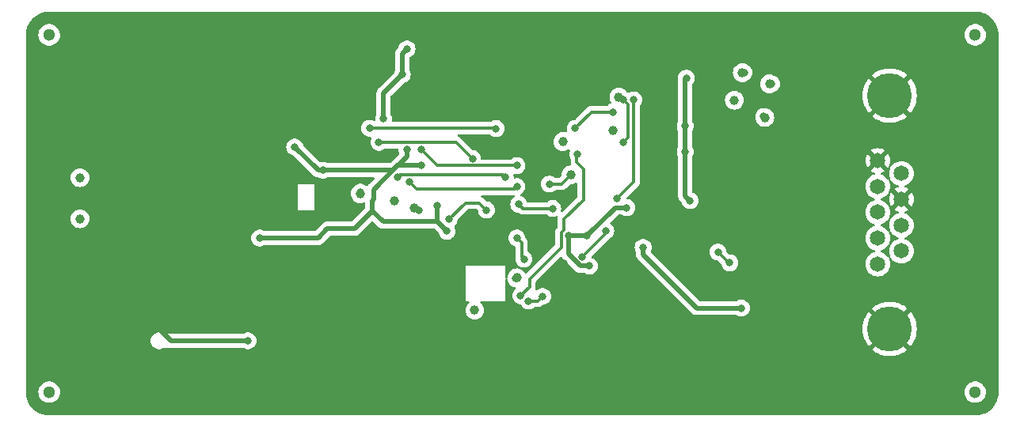
<source format=gbr>
%TF.GenerationSoftware,KiCad,Pcbnew,7.0.2*%
%TF.CreationDate,2023-05-10T11:38:03+01:00*%
%TF.ProjectId,serial_snooper,73657269-616c-45f7-936e-6f6f7065722e,rev?*%
%TF.SameCoordinates,Original*%
%TF.FileFunction,Copper,L2,Bot*%
%TF.FilePolarity,Positive*%
%FSLAX46Y46*%
G04 Gerber Fmt 4.6, Leading zero omitted, Abs format (unit mm)*
G04 Created by KiCad (PCBNEW 7.0.2) date 2023-05-10 11:38:03*
%MOMM*%
%LPD*%
G01*
G04 APERTURE LIST*
%TA.AperFunction,SMDPad,CuDef*%
%ADD10C,1.000000*%
%TD*%
%TA.AperFunction,WasherPad*%
%ADD11C,1.300000*%
%TD*%
%TA.AperFunction,ComponentPad*%
%ADD12C,4.800000*%
%TD*%
%TA.AperFunction,ComponentPad*%
%ADD13C,1.650000*%
%TD*%
%TA.AperFunction,WasherPad*%
%ADD14C,1.000000*%
%TD*%
%TA.AperFunction,ViaPad*%
%ADD15C,0.800000*%
%TD*%
%TA.AperFunction,Conductor*%
%ADD16C,0.500000*%
%TD*%
%TA.AperFunction,Conductor*%
%ADD17C,0.300000*%
%TD*%
G04 APERTURE END LIST*
D10*
%TO.P,TP33,1,1*%
%TO.N,/RealtimeClock/RTC_Vdd*%
X139250000Y-90250000D03*
%TD*%
%TO.P,TP30,1,1*%
%TO.N,/I2C1_SDA*%
X145000000Y-91750000D03*
%TD*%
%TO.P,TP29,1,1*%
%TO.N,/I2C1_SCL*%
X142900000Y-91000000D03*
%TD*%
%TO.P,TP27,1,1*%
%TO.N,/HSE_IN*%
X151500000Y-102750000D03*
%TD*%
%TO.P,TP22,1,1*%
%TO.N,/HSE_OUT*%
X156000000Y-99250000D03*
%TD*%
%TO.P,TP10,1,1*%
%TO.N,/SPI1_CS*%
X166900000Y-79900000D03*
%TD*%
%TO.P,TP9,1,1*%
%TO.N,/SPI1_MOSI*%
X160900000Y-84700000D03*
%TD*%
%TO.P,TP8,1,1*%
%TO.N,/SPI1_CLK*%
X166300000Y-83500000D03*
%TD*%
%TO.P,TP6,1,1*%
%TO.N,/SPI1_MISO*%
X161750000Y-88250000D03*
%TD*%
%TO.P,TP5,1,1*%
%TO.N,/SD-card-adapter/SD_CS*%
X180100000Y-77300000D03*
%TD*%
%TO.P,TP4,1,1*%
%TO.N,/SD-card-adapter/SD_DI*%
X179250000Y-80250000D03*
%TD*%
%TO.P,TP3,1,1*%
%TO.N,/SD-card-adapter/SD_CLK*%
X183000000Y-78500000D03*
%TD*%
%TO.P,TP2,1,1*%
%TO.N,/SD-card-adapter/SD_DO*%
X182500000Y-82100000D03*
%TD*%
D11*
%TO.P,H4,*%
%TO.N,*%
X106000000Y-73250000D03*
%TD*%
%TO.P,H3,*%
%TO.N,*%
X106000000Y-111500000D03*
%TD*%
%TO.P,H1,*%
%TO.N,*%
X205000000Y-111500000D03*
%TD*%
%TO.P,H2,*%
%TO.N,*%
X205000000Y-73250000D03*
%TD*%
D12*
%TO.P,J5,MH2,MH2*%
%TO.N,GND*%
X195850000Y-79750000D03*
%TO.P,J5,MH1,MH1*%
X195850000Y-104740000D03*
D13*
%TO.P,J5,9,9*%
%TO.N,unconnected-(J5-Pad9)*%
X197120000Y-88090000D03*
%TO.P,J5,8,8*%
%TO.N,GND*%
X197120000Y-90860000D03*
%TO.P,J5,7,7*%
%TO.N,unconnected-(J5-Pad7)*%
X197120000Y-93630000D03*
%TO.P,J5,6,6*%
%TO.N,Net-(J5-Pad1)*%
X197120000Y-96400000D03*
%TO.P,J5,5,5*%
%TO.N,GND*%
X194580000Y-86705000D03*
%TO.P,J5,4,4*%
%TO.N,Net-(J5-Pad1)*%
X194580000Y-89475000D03*
%TO.P,J5,3,3*%
%TO.N,/RS232-UART/DB9_TXD*%
X194580000Y-92245000D03*
%TO.P,J5,2,2*%
%TO.N,/RS232-UART/DB9_RXD*%
X194580000Y-95015000D03*
%TO.P,J5,1,1*%
%TO.N,Net-(J5-Pad1)*%
X194580000Y-97785000D03*
%TD*%
D14*
%TO.P,J8,*%
%TO.N,*%
X109285000Y-92950000D03*
X109285000Y-88550000D03*
%TD*%
D15*
%TO.N,GND*%
X188400000Y-104400000D03*
%TO.N,+3.3V*%
X116600000Y-103600000D03*
X115725000Y-103525000D03*
X116575000Y-102675000D03*
%TO.N,GND*%
X183800000Y-104400000D03*
X182000000Y-84600000D03*
X161000000Y-97750000D03*
X172250000Y-72000000D03*
X136555000Y-86400500D03*
X127500000Y-73500000D03*
X141000000Y-99750000D03*
X126750000Y-88750000D03*
X117500000Y-73500000D03*
X136500000Y-77000000D03*
X154000000Y-91000000D03*
X116000000Y-95250000D03*
X165500000Y-102000000D03*
X202500000Y-91000000D03*
X125000000Y-73500000D03*
X107500000Y-78500000D03*
X167500000Y-111000000D03*
X123750000Y-88750000D03*
X114250000Y-75500000D03*
X121250000Y-94000000D03*
X186250000Y-92250000D03*
X107500000Y-76000000D03*
X122500000Y-73500000D03*
X162000000Y-103750000D03*
X202500000Y-76000000D03*
X111000000Y-82250000D03*
X202500000Y-106000000D03*
X185000000Y-111000000D03*
X182500000Y-108000000D03*
X169500000Y-105750000D03*
X171500000Y-97000000D03*
X132500000Y-73500000D03*
X144500000Y-104750000D03*
X164750000Y-75500000D03*
X155250000Y-97000000D03*
X121250000Y-78510000D03*
X202500000Y-103500000D03*
X112500000Y-73500000D03*
X137750000Y-101250000D03*
X107500000Y-98500000D03*
X197500000Y-73500000D03*
X111250000Y-103750000D03*
X165250000Y-72000000D03*
X200000000Y-73500000D03*
X147750000Y-79250000D03*
X171250000Y-87000000D03*
X146250000Y-75750000D03*
X185500000Y-83750000D03*
X130000000Y-73500000D03*
X122000000Y-103750000D03*
X202500000Y-86000000D03*
X202500000Y-98500000D03*
X202500000Y-93500000D03*
X107500000Y-81000000D03*
X192500000Y-111000000D03*
X115000000Y-73500000D03*
X107500000Y-108500000D03*
X135000000Y-99500000D03*
X152250000Y-95750000D03*
X168750000Y-72000000D03*
X162000000Y-72000000D03*
X114250000Y-80510000D03*
X133500000Y-83250000D03*
X107500000Y-103500000D03*
X202500000Y-81000000D03*
X147250000Y-99500000D03*
X148750000Y-101250000D03*
X119000000Y-80510000D03*
X136000000Y-104500000D03*
X120000000Y-73500000D03*
X126750000Y-91000000D03*
X137500000Y-96000000D03*
X165000000Y-111000000D03*
X169250000Y-75250000D03*
X161500000Y-79750000D03*
X195000000Y-73500000D03*
X174250000Y-94500000D03*
X181550500Y-95500000D03*
X120250000Y-80510000D03*
X182500000Y-111000000D03*
X107500000Y-83500000D03*
X202500000Y-83500000D03*
X197500000Y-111000000D03*
X110000000Y-73500000D03*
X132000000Y-81000000D03*
X202500000Y-96000000D03*
X159345023Y-85095023D03*
X168500000Y-94250000D03*
X187250000Y-81000000D03*
X195000000Y-111000000D03*
X153500000Y-102250000D03*
X107500000Y-106000000D03*
X202500000Y-101000000D03*
X192500000Y-73500000D03*
X202500000Y-78500000D03*
X123750000Y-91000000D03*
X124500000Y-81260000D03*
X107500000Y-101000000D03*
X121250000Y-77260000D03*
X202500000Y-88500000D03*
X200000000Y-111000000D03*
X124500000Y-80260000D03*
X116250000Y-77250000D03*
%TO.N,+3.3V*%
X148529977Y-94279977D03*
X135250000Y-87750000D03*
X143750000Y-77500000D03*
X180000000Y-102500000D03*
X145750000Y-87250000D03*
X174000000Y-83000000D03*
X141750000Y-82250000D03*
X144250000Y-74750000D03*
X128500000Y-95000000D03*
X147500000Y-91500000D03*
X144250000Y-85499500D03*
X163750000Y-98000000D03*
X161500000Y-94724500D03*
X127250000Y-106000000D03*
X167750000Y-91750000D03*
X174000000Y-85750000D03*
X132250000Y-85250000D03*
X174500000Y-91000000D03*
X163500000Y-94750000D03*
X169500000Y-96000000D03*
X174125000Y-77875000D03*
%TO.N,/RS232-UART/VS+*%
X178750000Y-97659500D03*
X177500000Y-96500000D03*
%TO.N,/NRST*%
X148750000Y-93000000D03*
X152750000Y-92000000D03*
%TO.N,/HSE_IN*%
X151500000Y-102750000D03*
%TO.N,/HSE_OUT*%
X155895023Y-99354977D03*
%TO.N,/RealtimeClock/RTC_Vdd*%
X139250000Y-90090000D03*
%TO.N,/SD-card-adapter/SD_CS*%
X158750000Y-101250000D03*
X157230500Y-101750000D03*
X180300000Y-77300000D03*
X168497215Y-80210500D03*
X165500000Y-94250000D03*
X166730822Y-90749500D03*
X162987701Y-97012299D03*
%TO.N,/SD-card-adapter/SD_CLK*%
X183250000Y-78500000D03*
%TO.N,/SPI1_CLK*%
X166300000Y-83500000D03*
%TO.N,/SD-card-adapter/SD_DI*%
X179300000Y-80300000D03*
%TO.N,/SPI1_MOSI*%
X160950000Y-84550000D03*
X162250000Y-83250000D03*
X166250000Y-81500000D03*
%TO.N,/SPI1_CS*%
X167400000Y-84765000D03*
X167400000Y-80200000D03*
%TO.N,Net-(IC1-6Y)*%
X162500000Y-86000000D03*
X156405700Y-101185455D03*
%TO.N,/TIM2_CH2*%
X156000000Y-95000000D03*
X156750000Y-97250000D03*
%TO.N,/SD-card-adapter/SD_DO*%
X182400000Y-82000000D03*
%TO.N,/DIPSWITCH_3*%
X156000000Y-89500000D03*
X144500000Y-88960500D03*
%TO.N,/DIPSWITCH_2*%
X145750000Y-85500000D03*
X156000000Y-87250000D03*
%TO.N,/COMMS_LED*%
X140250000Y-83250000D03*
X153779977Y-83279977D03*
%TO.N,/STATUS_LED*%
X141250000Y-84750000D03*
X151250000Y-86500000D03*
%TO.N,/I2C1_SCL*%
X142875000Y-91125000D03*
%TO.N,/I2C1_SDA*%
X145500000Y-92000000D03*
%TO.N,/SPI1_MISO*%
X159470023Y-89220023D03*
X161750000Y-88250000D03*
%TO.N,/CARD_DETECT*%
X159824612Y-91830081D03*
X156200000Y-91400000D03*
%TO.N,/RTC_IRQ*%
X154750000Y-88500000D03*
X143250000Y-88500000D03*
%TD*%
D16*
%TO.N,+3.3V*%
X116575000Y-102675000D02*
X116300000Y-102950000D01*
X116300000Y-102950000D02*
X116300000Y-103525000D01*
X116300000Y-103525000D02*
X116525000Y-103525000D01*
X115725000Y-103525000D02*
X116300000Y-103525000D01*
X116525000Y-103525000D02*
X116600000Y-103600000D01*
X116600000Y-103600000D02*
X119000000Y-106000000D01*
X119000000Y-106000000D02*
X127250000Y-106000000D01*
X144000000Y-87250000D02*
X143250000Y-87250000D01*
X161500000Y-96726680D02*
X161500000Y-94724500D01*
X175250000Y-102500000D02*
X180000000Y-102500000D01*
X145750000Y-87250000D02*
X144000000Y-87250000D01*
X174000000Y-85750000D02*
X174000000Y-83000000D01*
X140700000Y-90850610D02*
X140700000Y-89800000D01*
X134750000Y-87750000D02*
X135250000Y-87750000D01*
X174000000Y-78000000D02*
X174125000Y-77875000D01*
X141750000Y-82250000D02*
X141750000Y-79500000D01*
X144250000Y-85499500D02*
X144250000Y-86250000D01*
X162773320Y-98000000D02*
X161500000Y-96726680D01*
X143750000Y-86750000D02*
X143250000Y-87250000D01*
X174000000Y-83000000D02*
X174000000Y-78000000D01*
X135250000Y-87750000D02*
X142750000Y-87750000D01*
X143750000Y-75250000D02*
X144250000Y-74750000D01*
X161500000Y-94724500D02*
X163474500Y-94724500D01*
X140550000Y-91000610D02*
X140700000Y-90850610D01*
X134750000Y-95000000D02*
X135750000Y-94000000D01*
X174500000Y-91000000D02*
X174000000Y-90500000D01*
X140550000Y-92100610D02*
X140550000Y-91000610D01*
X147500000Y-91500000D02*
X147500000Y-93250000D01*
X135750000Y-94000000D02*
X138650610Y-94000000D01*
X144250000Y-86250000D02*
X143750000Y-86750000D01*
X163474500Y-94724500D02*
X163500000Y-94750000D01*
X138650610Y-94000000D02*
X140550000Y-92100610D01*
X132250000Y-85250000D02*
X134750000Y-87750000D01*
X128500000Y-95000000D02*
X134750000Y-95000000D01*
X163750000Y-98000000D02*
X162773320Y-98000000D01*
X166500000Y-91750000D02*
X163500000Y-94750000D01*
X147500000Y-93250000D02*
X141699390Y-93250000D01*
X147500000Y-93250000D02*
X148529977Y-94279977D01*
X141750000Y-79500000D02*
X143750000Y-77500000D01*
X142750000Y-87750000D02*
X143250000Y-87250000D01*
X140700000Y-89800000D02*
X143250000Y-87250000D01*
X174000000Y-90500000D02*
X174000000Y-85750000D01*
X167750000Y-91750000D02*
X166500000Y-91750000D01*
X141699390Y-93250000D02*
X140550000Y-92100610D01*
X169500000Y-96750000D02*
X175250000Y-102500000D01*
X169500000Y-96000000D02*
X169500000Y-96750000D01*
X143750000Y-77500000D02*
X143750000Y-75250000D01*
D17*
%TO.N,/RS232-UART/VS+*%
X178659500Y-97659500D02*
X178750000Y-97659500D01*
X177500000Y-96500000D02*
X178659500Y-97659500D01*
%TO.N,/NRST*%
X152750000Y-92000000D02*
X152000000Y-91250000D01*
X150500000Y-91250000D02*
X148750000Y-93000000D01*
X152000000Y-91250000D02*
X150500000Y-91250000D01*
%TO.N,/SD-card-adapter/SD_CS*%
X158250000Y-101750000D02*
X158750000Y-101250000D01*
X168497215Y-88983107D02*
X168497215Y-80210500D01*
X166730822Y-90749500D02*
X168497215Y-88983107D01*
X157230500Y-101750000D02*
X158250000Y-101750000D01*
X165500000Y-94500000D02*
X165500000Y-94250000D01*
X162987701Y-97012299D02*
X165500000Y-94500000D01*
%TO.N,/SPI1_MOSI*%
X166250000Y-81500000D02*
X164000000Y-81500000D01*
X164000000Y-81500000D02*
X162250000Y-83250000D01*
%TO.N,/SPI1_CS*%
X167900000Y-84265000D02*
X167400000Y-84765000D01*
X167400000Y-80200000D02*
X167900000Y-80700000D01*
X167900000Y-80700000D02*
X167900000Y-84265000D01*
%TO.N,Net-(IC1-6Y)*%
X162400000Y-86100000D02*
X162500000Y-86000000D01*
X162400000Y-86900000D02*
X162400000Y-86100000D01*
X156405700Y-101185455D02*
X157350000Y-100241155D01*
X163100000Y-87600000D02*
X162400000Y-86900000D01*
X161000000Y-93000000D02*
X163100000Y-90900000D01*
X160750000Y-94413839D02*
X161000000Y-94163839D01*
X157350000Y-100241155D02*
X157350000Y-99400000D01*
X160750000Y-96000000D02*
X160750000Y-94413839D01*
X161000000Y-94163839D02*
X161000000Y-93000000D01*
X163100000Y-90900000D02*
X163100000Y-87600000D01*
X157350000Y-99400000D02*
X160750000Y-96000000D01*
%TO.N,/TIM2_CH2*%
X156750000Y-97250000D02*
X156500000Y-97000000D01*
X156500000Y-97000000D02*
X156500000Y-95500000D01*
X156500000Y-95500000D02*
X156000000Y-95000000D01*
%TO.N,/DIPSWITCH_3*%
X155750000Y-89750000D02*
X156000000Y-89500000D01*
X145289500Y-89750000D02*
X155750000Y-89750000D01*
X144500000Y-88960500D02*
X145289500Y-89750000D01*
%TO.N,/DIPSWITCH_2*%
X147500000Y-87250000D02*
X156000000Y-87250000D01*
X145750000Y-85500000D02*
X147500000Y-87250000D01*
%TO.N,/COMMS_LED*%
X153750000Y-83250000D02*
X140250000Y-83250000D01*
X153779977Y-83279977D02*
X153750000Y-83250000D01*
%TO.N,/STATUS_LED*%
X141250000Y-84750000D02*
X149500000Y-84750000D01*
X149500000Y-84750000D02*
X151250000Y-86500000D01*
%TO.N,/SPI1_MISO*%
X160779977Y-89220023D02*
X161750000Y-88250000D01*
X159470023Y-89220023D02*
X160779977Y-89220023D01*
%TO.N,/CARD_DETECT*%
X156630081Y-91830081D02*
X159824612Y-91830081D01*
X156200000Y-91400000D02*
X156630081Y-91830081D01*
%TO.N,/RTC_IRQ*%
X154500000Y-88250000D02*
X144850161Y-88250000D01*
X144149839Y-88250000D02*
X143500000Y-88250000D01*
X143500000Y-88250000D02*
X143250000Y-88500000D01*
X144189339Y-88210500D02*
X144149839Y-88250000D01*
X144850161Y-88250000D02*
X144810661Y-88210500D01*
X144810661Y-88210500D02*
X144189339Y-88210500D01*
X154750000Y-88500000D02*
X154500000Y-88250000D01*
%TD*%
%TA.AperFunction,Conductor*%
%TO.N,GND*%
G36*
X205003736Y-70750726D02*
G01*
X205098917Y-70756483D01*
X205298071Y-70769536D01*
X205302804Y-70769847D01*
X205317030Y-70771610D01*
X205449215Y-70795834D01*
X205612445Y-70828302D01*
X205625107Y-70831525D01*
X205759678Y-70873459D01*
X205762645Y-70874425D01*
X205912220Y-70925199D01*
X205923244Y-70929538D01*
X206054556Y-70988637D01*
X206058416Y-70990457D01*
X206197458Y-71059025D01*
X206206762Y-71064119D01*
X206263529Y-71098436D01*
X206331185Y-71139335D01*
X206335926Y-71142350D01*
X206463643Y-71227689D01*
X206471225Y-71233180D01*
X206586211Y-71323265D01*
X206591487Y-71327640D01*
X206706550Y-71428547D01*
X206712472Y-71434094D01*
X206815904Y-71537526D01*
X206821451Y-71543448D01*
X206922358Y-71658511D01*
X206926741Y-71663797D01*
X207016818Y-71778773D01*
X207022309Y-71786355D01*
X207107648Y-71914072D01*
X207110663Y-71918813D01*
X207185878Y-72043234D01*
X207190973Y-72052540D01*
X207259519Y-72191536D01*
X207261383Y-72195489D01*
X207320458Y-72326750D01*
X207324801Y-72337783D01*
X207375573Y-72487353D01*
X207376539Y-72490320D01*
X207418470Y-72624878D01*
X207421702Y-72637578D01*
X207454167Y-72800790D01*
X207478388Y-72932959D01*
X207480152Y-72947188D01*
X207493517Y-73151100D01*
X207499274Y-73246265D01*
X207499500Y-73253751D01*
X207499500Y-111496247D01*
X207499274Y-111503735D01*
X207493517Y-111598899D01*
X207480151Y-111802804D01*
X207478386Y-111817044D01*
X207454167Y-111949208D01*
X207421701Y-112112425D01*
X207418471Y-112125115D01*
X207376539Y-112259678D01*
X207375573Y-112262645D01*
X207324801Y-112412215D01*
X207320458Y-112423248D01*
X207261383Y-112554509D01*
X207259519Y-112558462D01*
X207190973Y-112697458D01*
X207185878Y-112706764D01*
X207110663Y-112831185D01*
X207107648Y-112835926D01*
X207022309Y-112963643D01*
X207016818Y-112971225D01*
X206926741Y-113086201D01*
X206922358Y-113091487D01*
X206821451Y-113206550D01*
X206815904Y-113212472D01*
X206712472Y-113315904D01*
X206706550Y-113321451D01*
X206591487Y-113422358D01*
X206586201Y-113426741D01*
X206471225Y-113516818D01*
X206463643Y-113522309D01*
X206335926Y-113607648D01*
X206331185Y-113610663D01*
X206206764Y-113685878D01*
X206197458Y-113690973D01*
X206058462Y-113759519D01*
X206054509Y-113761383D01*
X205923248Y-113820458D01*
X205912215Y-113824801D01*
X205762645Y-113875573D01*
X205759678Y-113876539D01*
X205625120Y-113918470D01*
X205612420Y-113921702D01*
X205449209Y-113954167D01*
X205317038Y-113978388D01*
X205302810Y-113980152D01*
X205098899Y-113993517D01*
X205003735Y-113999274D01*
X204996249Y-113999500D01*
X106003749Y-113999500D01*
X105996263Y-113999274D01*
X105901007Y-113993513D01*
X105697300Y-113980166D01*
X105683063Y-113978401D01*
X105550894Y-113954188D01*
X105387758Y-113921749D01*
X105375073Y-113918521D01*
X105240549Y-113876616D01*
X105237596Y-113875655D01*
X105088038Y-113824905D01*
X105077021Y-113820568D01*
X104945827Y-113761543D01*
X104941875Y-113759681D01*
X104802875Y-113691158D01*
X104793572Y-113686066D01*
X104669199Y-113610910D01*
X104664458Y-113607897D01*
X104664085Y-113607648D01*
X104627366Y-113583122D01*
X104536768Y-113522611D01*
X104529187Y-113517123D01*
X104414187Y-113427065D01*
X104408903Y-113422685D01*
X104293902Y-113321879D01*
X104287979Y-113316335D01*
X104184515Y-113212922D01*
X104178969Y-113207003D01*
X104078095Y-113092040D01*
X104073713Y-113086758D01*
X103983612Y-112971822D01*
X103978126Y-112964253D01*
X103892750Y-112836564D01*
X103889763Y-112831869D01*
X103814525Y-112707500D01*
X103809428Y-112698199D01*
X103809062Y-112697458D01*
X103740855Y-112559269D01*
X103738991Y-112555319D01*
X103679891Y-112424133D01*
X103675544Y-112413105D01*
X103624693Y-112263494D01*
X103623771Y-112260665D01*
X103581785Y-112126116D01*
X103578555Y-112113449D01*
X103546040Y-111950357D01*
X103521752Y-111818151D01*
X103519984Y-111803939D01*
X103519909Y-111802804D01*
X103506537Y-111600275D01*
X103500729Y-111504996D01*
X103500577Y-111500000D01*
X104844571Y-111500000D01*
X104864243Y-111712310D01*
X104922595Y-111917390D01*
X105017631Y-112108252D01*
X105134866Y-112263494D01*
X105146128Y-112278407D01*
X105303698Y-112422052D01*
X105484981Y-112534298D01*
X105683802Y-112611321D01*
X105893390Y-112650500D01*
X105893392Y-112650500D01*
X106106608Y-112650500D01*
X106106610Y-112650500D01*
X106316198Y-112611321D01*
X106515019Y-112534298D01*
X106696302Y-112422052D01*
X106853872Y-112278407D01*
X106982366Y-112108255D01*
X106982366Y-112108253D01*
X106982368Y-112108252D01*
X107030080Y-112012430D01*
X107077405Y-111917389D01*
X107135756Y-111712310D01*
X107155429Y-111500000D01*
X203844571Y-111500000D01*
X203864243Y-111712310D01*
X203922595Y-111917390D01*
X204017631Y-112108252D01*
X204134866Y-112263494D01*
X204146128Y-112278407D01*
X204303698Y-112422052D01*
X204484981Y-112534298D01*
X204683802Y-112611321D01*
X204893390Y-112650500D01*
X204893392Y-112650500D01*
X205106608Y-112650500D01*
X205106610Y-112650500D01*
X205316198Y-112611321D01*
X205515019Y-112534298D01*
X205696302Y-112422052D01*
X205853872Y-112278407D01*
X205982366Y-112108255D01*
X205982366Y-112108253D01*
X205982368Y-112108252D01*
X206030080Y-112012430D01*
X206077405Y-111917389D01*
X206135756Y-111712310D01*
X206155429Y-111500000D01*
X206135756Y-111287690D01*
X206077405Y-111082611D01*
X206077014Y-111081827D01*
X205982368Y-110891747D01*
X205853873Y-110721594D01*
X205696301Y-110577947D01*
X205515017Y-110465701D01*
X205316198Y-110388679D01*
X205316197Y-110388678D01*
X205106610Y-110349500D01*
X204893390Y-110349500D01*
X204753664Y-110375619D01*
X204683801Y-110388679D01*
X204484982Y-110465701D01*
X204303698Y-110577947D01*
X204146126Y-110721594D01*
X204017631Y-110891747D01*
X203922595Y-111082609D01*
X203864243Y-111287689D01*
X203844571Y-111500000D01*
X107155429Y-111500000D01*
X107135756Y-111287690D01*
X107077405Y-111082611D01*
X107077014Y-111081827D01*
X106982368Y-110891747D01*
X106853873Y-110721594D01*
X106696301Y-110577947D01*
X106515017Y-110465701D01*
X106316198Y-110388679D01*
X106316197Y-110388679D01*
X106106610Y-110349500D01*
X105893390Y-110349500D01*
X105753664Y-110375619D01*
X105683801Y-110388679D01*
X105484982Y-110465701D01*
X105303698Y-110577947D01*
X105146126Y-110721594D01*
X105017631Y-110891747D01*
X104922595Y-111082609D01*
X104864243Y-111287689D01*
X104844571Y-111500000D01*
X103500577Y-111500000D01*
X103500500Y-111497479D01*
X103502105Y-105999999D01*
X116844540Y-105999999D01*
X116864326Y-106188257D01*
X116922820Y-106368284D01*
X117017466Y-106532216D01*
X117144129Y-106672889D01*
X117297269Y-106784151D01*
X117470197Y-106861144D01*
X117655352Y-106900500D01*
X117655354Y-106900500D01*
X117844648Y-106900500D01*
X117968083Y-106874262D01*
X118029803Y-106861144D01*
X118202730Y-106784151D01*
X118216449Y-106774183D01*
X118282256Y-106750702D01*
X118289337Y-106750500D01*
X126710663Y-106750500D01*
X126777702Y-106770185D01*
X126783550Y-106774183D01*
X126797271Y-106784152D01*
X126970197Y-106861144D01*
X127155352Y-106900500D01*
X127155354Y-106900500D01*
X127344648Y-106900500D01*
X127468084Y-106874262D01*
X127529803Y-106861144D01*
X127702730Y-106784151D01*
X127855871Y-106672888D01*
X127982533Y-106532216D01*
X128077179Y-106368284D01*
X128135674Y-106188256D01*
X128155460Y-106000000D01*
X128135674Y-105811744D01*
X128077179Y-105631716D01*
X128077179Y-105631715D01*
X127982533Y-105467783D01*
X127855870Y-105327110D01*
X127702730Y-105215848D01*
X127529802Y-105138855D01*
X127344648Y-105099500D01*
X127344646Y-105099500D01*
X127155354Y-105099500D01*
X127155352Y-105099500D01*
X126970197Y-105138855D01*
X126797271Y-105215847D01*
X126783550Y-105225817D01*
X126717744Y-105249298D01*
X126710663Y-105249500D01*
X118289337Y-105249500D01*
X118222298Y-105229815D01*
X118216450Y-105225817D01*
X118202728Y-105215847D01*
X118029802Y-105138855D01*
X117844648Y-105099500D01*
X117844646Y-105099500D01*
X117655354Y-105099500D01*
X117655352Y-105099500D01*
X117470197Y-105138855D01*
X117297269Y-105215848D01*
X117144129Y-105327110D01*
X117017466Y-105467783D01*
X116922820Y-105631715D01*
X116864326Y-105811742D01*
X116844540Y-105999999D01*
X103502105Y-105999999D01*
X103502472Y-104743605D01*
X192945295Y-104743605D01*
X192964516Y-105073626D01*
X192965355Y-105080805D01*
X193022759Y-105406362D01*
X193024421Y-105413375D01*
X193119241Y-105730093D01*
X193121698Y-105736842D01*
X193252644Y-106040412D01*
X193255877Y-106046848D01*
X193421170Y-106333145D01*
X193425137Y-106339177D01*
X193622545Y-106604340D01*
X193626907Y-106609538D01*
X194552265Y-105684179D01*
X194715130Y-105874870D01*
X194905819Y-106037733D01*
X193983799Y-106959753D01*
X194112556Y-107067793D01*
X194118309Y-107072076D01*
X194394525Y-107253745D01*
X194400774Y-107257353D01*
X194696184Y-107405714D01*
X194702823Y-107408577D01*
X195013471Y-107521644D01*
X195020368Y-107523709D01*
X195342066Y-107599953D01*
X195349140Y-107601200D01*
X195677523Y-107639582D01*
X195684693Y-107640000D01*
X196015307Y-107640000D01*
X196022476Y-107639582D01*
X196350859Y-107601200D01*
X196357933Y-107599953D01*
X196679631Y-107523709D01*
X196686528Y-107521644D01*
X196997176Y-107408577D01*
X197003815Y-107405714D01*
X197299225Y-107257353D01*
X197305474Y-107253745D01*
X197581692Y-107072074D01*
X197587451Y-107067787D01*
X197716199Y-106959754D01*
X197716200Y-106959753D01*
X196794180Y-106037733D01*
X196984870Y-105874870D01*
X197147733Y-105684180D01*
X198073090Y-106609537D01*
X198077460Y-106604333D01*
X198274862Y-106339177D01*
X198278829Y-106333145D01*
X198444122Y-106046848D01*
X198447355Y-106040412D01*
X198578301Y-105736842D01*
X198580758Y-105730093D01*
X198675578Y-105413375D01*
X198677240Y-105406362D01*
X198734644Y-105080805D01*
X198735483Y-105073626D01*
X198754705Y-104743605D01*
X198754705Y-104736394D01*
X198735483Y-104406373D01*
X198734644Y-104399194D01*
X198677240Y-104073637D01*
X198675578Y-104066624D01*
X198580758Y-103749906D01*
X198578301Y-103743157D01*
X198447355Y-103439587D01*
X198444122Y-103433151D01*
X198278829Y-103146854D01*
X198274862Y-103140822D01*
X198077449Y-102875652D01*
X198073092Y-102870460D01*
X197147733Y-103795818D01*
X196984870Y-103605130D01*
X196794179Y-103442266D01*
X197716200Y-102520245D01*
X197716200Y-102520244D01*
X197587452Y-102412213D01*
X197581690Y-102407923D01*
X197305474Y-102226254D01*
X197299225Y-102222646D01*
X197003815Y-102074285D01*
X196997176Y-102071422D01*
X196686528Y-101958355D01*
X196679631Y-101956290D01*
X196357933Y-101880046D01*
X196350859Y-101878799D01*
X196022476Y-101840417D01*
X196015307Y-101840000D01*
X195684693Y-101840000D01*
X195677523Y-101840417D01*
X195349140Y-101878799D01*
X195342066Y-101880046D01*
X195020368Y-101956290D01*
X195013471Y-101958355D01*
X194702823Y-102071422D01*
X194696184Y-102074285D01*
X194400774Y-102222646D01*
X194394525Y-102226254D01*
X194118309Y-102407923D01*
X194112547Y-102412213D01*
X193983798Y-102520244D01*
X194905820Y-103442266D01*
X194715130Y-103605130D01*
X194552266Y-103795819D01*
X193626906Y-102870460D01*
X193622552Y-102875649D01*
X193425137Y-103140822D01*
X193421170Y-103146854D01*
X193255877Y-103433151D01*
X193252644Y-103439587D01*
X193121698Y-103743157D01*
X193119241Y-103749906D01*
X193024421Y-104066624D01*
X193022759Y-104073637D01*
X192965355Y-104399194D01*
X192964516Y-104406373D01*
X192945295Y-104736394D01*
X192945295Y-104743605D01*
X103502472Y-104743605D01*
X103503054Y-102750000D01*
X150494659Y-102750000D01*
X150513976Y-102946133D01*
X150571185Y-103134726D01*
X150634262Y-103252734D01*
X150664090Y-103308538D01*
X150789117Y-103460883D01*
X150941462Y-103585910D01*
X151115273Y-103678814D01*
X151303868Y-103736024D01*
X151500000Y-103755341D01*
X151696132Y-103736024D01*
X151884727Y-103678814D01*
X152058538Y-103585910D01*
X152210883Y-103460883D01*
X152335910Y-103308538D01*
X152428814Y-103134727D01*
X152486024Y-102946132D01*
X152505341Y-102750000D01*
X152486024Y-102553868D01*
X152428814Y-102365273D01*
X152335910Y-102191462D01*
X152210883Y-102039117D01*
X152126484Y-101969852D01*
X152087151Y-101912107D01*
X152085280Y-101842262D01*
X152121468Y-101782494D01*
X152184224Y-101751778D01*
X152205150Y-101750000D01*
X154750000Y-101750000D01*
X154750000Y-99441748D01*
X154769685Y-99374709D01*
X154822489Y-99328954D01*
X154838064Y-99326714D01*
X154784003Y-99295288D01*
X154752172Y-99233090D01*
X154750000Y-99209985D01*
X154750000Y-98000000D01*
X150500000Y-98000000D01*
X150500000Y-101750000D01*
X150794850Y-101750000D01*
X150861889Y-101769685D01*
X150907644Y-101822489D01*
X150917588Y-101891647D01*
X150888563Y-101955203D01*
X150873515Y-101969853D01*
X150789117Y-102039117D01*
X150664089Y-102191463D01*
X150571185Y-102365273D01*
X150513976Y-102553866D01*
X150494659Y-102750000D01*
X103503054Y-102750000D01*
X103505316Y-95000000D01*
X127594540Y-95000000D01*
X127596117Y-95015000D01*
X127614326Y-95188257D01*
X127672820Y-95368284D01*
X127767466Y-95532216D01*
X127894129Y-95672889D01*
X128047269Y-95784151D01*
X128220197Y-95861144D01*
X128405352Y-95900500D01*
X128405354Y-95900500D01*
X128594648Y-95900500D01*
X128718084Y-95874262D01*
X128779803Y-95861144D01*
X128952730Y-95784151D01*
X128966449Y-95774183D01*
X129032256Y-95750702D01*
X129039337Y-95750500D01*
X134686294Y-95750500D01*
X134704264Y-95751809D01*
X134708320Y-95752402D01*
X134728023Y-95755289D01*
X134777368Y-95750972D01*
X134788176Y-95750500D01*
X134790100Y-95750500D01*
X134793709Y-95750500D01*
X134824550Y-95746894D01*
X134828031Y-95746539D01*
X134902797Y-95739999D01*
X134902797Y-95739998D01*
X134904052Y-95739889D01*
X134923062Y-95735674D01*
X134924250Y-95735241D01*
X134924255Y-95735241D01*
X134994820Y-95709557D01*
X134998095Y-95708419D01*
X135069334Y-95684814D01*
X135069336Y-95684812D01*
X135070536Y-95684415D01*
X135088063Y-95675929D01*
X135089112Y-95675238D01*
X135089117Y-95675237D01*
X135151806Y-95634005D01*
X135154798Y-95632099D01*
X135218656Y-95592712D01*
X135218658Y-95592709D01*
X135219731Y-95592048D01*
X135234817Y-95579760D01*
X135235691Y-95578832D01*
X135235696Y-95578830D01*
X135287217Y-95524218D01*
X135289632Y-95521733D01*
X136024547Y-94786819D01*
X136085871Y-94753334D01*
X136112229Y-94750500D01*
X138586904Y-94750500D01*
X138604874Y-94751809D01*
X138608930Y-94752402D01*
X138628633Y-94755289D01*
X138677978Y-94750972D01*
X138688786Y-94750500D01*
X138690710Y-94750500D01*
X138694319Y-94750500D01*
X138725160Y-94746894D01*
X138728641Y-94746539D01*
X138803407Y-94739999D01*
X138803407Y-94739998D01*
X138804662Y-94739889D01*
X138823672Y-94735674D01*
X138824860Y-94735241D01*
X138824865Y-94735241D01*
X138895430Y-94709557D01*
X138898705Y-94708419D01*
X138969944Y-94684814D01*
X138969946Y-94684812D01*
X138971146Y-94684415D01*
X138988673Y-94675929D01*
X138989722Y-94675238D01*
X138989727Y-94675237D01*
X139052416Y-94634005D01*
X139055408Y-94632099D01*
X139119266Y-94592712D01*
X139119266Y-94592711D01*
X139120339Y-94592050D01*
X139135434Y-94579753D01*
X139136302Y-94578832D01*
X139136306Y-94578830D01*
X139187794Y-94524254D01*
X139190239Y-94521737D01*
X140462322Y-93249655D01*
X140523641Y-93216173D01*
X140593333Y-93221157D01*
X140637680Y-93249658D01*
X141123659Y-93735637D01*
X141135441Y-93749270D01*
X141149780Y-93768531D01*
X141187728Y-93800373D01*
X141195703Y-93807681D01*
X141199613Y-93811591D01*
X141223946Y-93830830D01*
X141226725Y-93833095D01*
X141285142Y-93882113D01*
X141301569Y-93892578D01*
X141370710Y-93924819D01*
X141373957Y-93926391D01*
X141442089Y-93960609D01*
X141460477Y-93967000D01*
X141461713Y-93967255D01*
X141461717Y-93967257D01*
X141535285Y-93982447D01*
X141538632Y-93983189D01*
X141611669Y-94000500D01*
X141611671Y-94000500D01*
X141612899Y-94000791D01*
X141632268Y-94002770D01*
X141633530Y-94002733D01*
X141633534Y-94002734D01*
X141705923Y-94000627D01*
X141708521Y-94000552D01*
X141712127Y-94000500D01*
X147137770Y-94000500D01*
X147204809Y-94020185D01*
X147225451Y-94036819D01*
X147617205Y-94428572D01*
X147647455Y-94477935D01*
X147702797Y-94648261D01*
X147797443Y-94812193D01*
X147924106Y-94952866D01*
X148077246Y-95064128D01*
X148250174Y-95141121D01*
X148435329Y-95180477D01*
X148435331Y-95180477D01*
X148624625Y-95180477D01*
X148748060Y-95154239D01*
X148809780Y-95141121D01*
X148982707Y-95064128D01*
X149023970Y-95034149D01*
X149135847Y-94952866D01*
X149262510Y-94812193D01*
X149357156Y-94648261D01*
X149377744Y-94584898D01*
X149415651Y-94468233D01*
X149435437Y-94279977D01*
X149415651Y-94091721D01*
X149381261Y-93985879D01*
X149357157Y-93911695D01*
X149357156Y-93911693D01*
X149315469Y-93839489D01*
X149298997Y-93771592D01*
X149321849Y-93705564D01*
X149349972Y-93677173D01*
X149355871Y-93672888D01*
X149482533Y-93532216D01*
X149577179Y-93368284D01*
X149591320Y-93324763D01*
X149635674Y-93188257D01*
X149647064Y-93079882D01*
X149649168Y-93059855D01*
X149675752Y-92995242D01*
X149684799Y-92985145D01*
X150733125Y-91936819D01*
X150794449Y-91903334D01*
X150820807Y-91900500D01*
X151679192Y-91900500D01*
X151746231Y-91920185D01*
X151766873Y-91936819D01*
X151815191Y-91985137D01*
X151848676Y-92046460D01*
X151850830Y-92059851D01*
X151856085Y-92109848D01*
X151864326Y-92188257D01*
X151922820Y-92368284D01*
X152017466Y-92532216D01*
X152144129Y-92672889D01*
X152297269Y-92784151D01*
X152470197Y-92861144D01*
X152655352Y-92900500D01*
X152655354Y-92900500D01*
X152844648Y-92900500D01*
X152997858Y-92867934D01*
X153029803Y-92861144D01*
X153202730Y-92784151D01*
X153299979Y-92713496D01*
X153355870Y-92672889D01*
X153361861Y-92666236D01*
X153482533Y-92532216D01*
X153577179Y-92368284D01*
X153635674Y-92188256D01*
X153655460Y-92000000D01*
X153635674Y-91811744D01*
X153596087Y-91689908D01*
X153577179Y-91631715D01*
X153482533Y-91467783D01*
X153355870Y-91327110D01*
X153202730Y-91215848D01*
X153029802Y-91138855D01*
X152844648Y-91099500D01*
X152844646Y-91099500D01*
X152820808Y-91099500D01*
X152753769Y-91079815D01*
X152733127Y-91063181D01*
X152520434Y-90850488D01*
X152507091Y-90833833D01*
X152454166Y-90784134D01*
X152451369Y-90781423D01*
X152433789Y-90763843D01*
X152431035Y-90761089D01*
X152427956Y-90758701D01*
X152427951Y-90758696D01*
X152427548Y-90758383D01*
X152418669Y-90750800D01*
X152414672Y-90747047D01*
X152385393Y-90719552D01*
X152385392Y-90719551D01*
X152366793Y-90709326D01*
X152350532Y-90698645D01*
X152333764Y-90685638D01*
X152310177Y-90675431D01*
X152291869Y-90667508D01*
X152281379Y-90662369D01*
X152228251Y-90633162D01*
X152178987Y-90583616D01*
X152164330Y-90515301D01*
X152188933Y-90449907D01*
X152244986Y-90408195D01*
X152287988Y-90400500D01*
X155662039Y-90400500D01*
X155729078Y-90420185D01*
X155774833Y-90472989D01*
X155784777Y-90542147D01*
X155755752Y-90605703D01*
X155734924Y-90624818D01*
X155594129Y-90727110D01*
X155467466Y-90867783D01*
X155372820Y-91031715D01*
X155314326Y-91211742D01*
X155294540Y-91399999D01*
X155314326Y-91588257D01*
X155372820Y-91768284D01*
X155467466Y-91932216D01*
X155594129Y-92072889D01*
X155747269Y-92184151D01*
X155920197Y-92261144D01*
X156105352Y-92300500D01*
X156105354Y-92300500D01*
X156131668Y-92300500D01*
X156198707Y-92320185D01*
X156216551Y-92334107D01*
X156244688Y-92360529D01*
X156263285Y-92370753D01*
X156279545Y-92381433D01*
X156296317Y-92394443D01*
X156338221Y-92412576D01*
X156348701Y-92417710D01*
X156388713Y-92439708D01*
X156409276Y-92444987D01*
X156427679Y-92451288D01*
X156447154Y-92459716D01*
X156492256Y-92466859D01*
X156503651Y-92469218D01*
X156547904Y-92480581D01*
X156569132Y-92480581D01*
X156588530Y-92482107D01*
X156609486Y-92485427D01*
X156654932Y-92481131D01*
X156666602Y-92480581D01*
X159147637Y-92480581D01*
X159214676Y-92500266D01*
X159220506Y-92504251D01*
X159371882Y-92614232D01*
X159371883Y-92614232D01*
X159371884Y-92614233D01*
X159544809Y-92691225D01*
X159729964Y-92730581D01*
X159729966Y-92730581D01*
X159919260Y-92730581D01*
X160062760Y-92700079D01*
X160104415Y-92691225D01*
X160210741Y-92643884D01*
X160279991Y-92634600D01*
X160343267Y-92664228D01*
X160380481Y-92723362D01*
X160379816Y-92793229D01*
X160374981Y-92806406D01*
X160370364Y-92817075D01*
X160363223Y-92862161D01*
X160360855Y-92873593D01*
X160359799Y-92877712D01*
X160349500Y-92917824D01*
X160349500Y-92939045D01*
X160347973Y-92958444D01*
X160344653Y-92979403D01*
X160348950Y-93024858D01*
X160349500Y-93036528D01*
X160349500Y-93840969D01*
X160329815Y-93908008D01*
X160315891Y-93925854D01*
X160284133Y-93959672D01*
X160281428Y-93962464D01*
X160261089Y-93982804D01*
X160258713Y-93985866D01*
X160258702Y-93985879D01*
X160258378Y-93986298D01*
X160250806Y-93995162D01*
X160219550Y-94028446D01*
X160209322Y-94047051D01*
X160198645Y-94063306D01*
X160185636Y-94080077D01*
X160167506Y-94121971D01*
X160162370Y-94132455D01*
X160140372Y-94172471D01*
X160135091Y-94193038D01*
X160128791Y-94211439D01*
X160120364Y-94230913D01*
X160113223Y-94276000D01*
X160110855Y-94287432D01*
X160108842Y-94295279D01*
X160099500Y-94331663D01*
X160099500Y-94352884D01*
X160097973Y-94372283D01*
X160094652Y-94393244D01*
X160098949Y-94438699D01*
X160099499Y-94450367D01*
X160099500Y-95679191D01*
X160079815Y-95746230D01*
X160063181Y-95766872D01*
X157059566Y-98770486D01*
X156998243Y-98803971D01*
X156928551Y-98798987D01*
X156872618Y-98757115D01*
X156862527Y-98741259D01*
X156849559Y-98716998D01*
X156835910Y-98691462D01*
X156710883Y-98539117D01*
X156558538Y-98414090D01*
X156447914Y-98354960D01*
X156398070Y-98305998D01*
X156382609Y-98237860D01*
X156406441Y-98172180D01*
X156461998Y-98129812D01*
X156531643Y-98124205D01*
X156532148Y-98124312D01*
X156655352Y-98150500D01*
X156655354Y-98150500D01*
X156844648Y-98150500D01*
X156968355Y-98124205D01*
X157029803Y-98111144D01*
X157202730Y-98034151D01*
X157355871Y-97922888D01*
X157482533Y-97782216D01*
X157577179Y-97618284D01*
X157635674Y-97438256D01*
X157655460Y-97250000D01*
X157635674Y-97061744D01*
X157587437Y-96913286D01*
X157577179Y-96881715D01*
X157482533Y-96717783D01*
X157355870Y-96577110D01*
X157201615Y-96465038D01*
X157158949Y-96409708D01*
X157150500Y-96364720D01*
X157150500Y-95585503D01*
X157152841Y-95564300D01*
X157152759Y-95561706D01*
X157152760Y-95561704D01*
X157150561Y-95491722D01*
X157150500Y-95487828D01*
X157150500Y-95462977D01*
X157150500Y-95462976D01*
X157150500Y-95459075D01*
X157149948Y-95454712D01*
X157149031Y-95443063D01*
X157147598Y-95397431D01*
X157146136Y-95392402D01*
X157141677Y-95377051D01*
X157137730Y-95358001D01*
X157135071Y-95336942D01*
X157118264Y-95294493D01*
X157114481Y-95283445D01*
X157101744Y-95239602D01*
X157090937Y-95221329D01*
X157082382Y-95203866D01*
X157074568Y-95184129D01*
X157047733Y-95147193D01*
X157041325Y-95137436D01*
X157018084Y-95098138D01*
X157018081Y-95098135D01*
X157003068Y-95083122D01*
X156990435Y-95068330D01*
X156987153Y-95063813D01*
X156977963Y-95051163D01*
X156943434Y-95022598D01*
X156904328Y-94964698D01*
X156899155Y-94940015D01*
X156885674Y-94811742D01*
X156827179Y-94631715D01*
X156732533Y-94467783D01*
X156605870Y-94327110D01*
X156452730Y-94215848D01*
X156279802Y-94138855D01*
X156094648Y-94099500D01*
X156094646Y-94099500D01*
X155905354Y-94099500D01*
X155905352Y-94099500D01*
X155720197Y-94138855D01*
X155547269Y-94215848D01*
X155394129Y-94327110D01*
X155267466Y-94467783D01*
X155172820Y-94631715D01*
X155114326Y-94811742D01*
X155094540Y-95000000D01*
X155114326Y-95188257D01*
X155172820Y-95368284D01*
X155267466Y-95532216D01*
X155394129Y-95672889D01*
X155547269Y-95784151D01*
X155720193Y-95861143D01*
X155720196Y-95861143D01*
X155720197Y-95861144D01*
X155751280Y-95867750D01*
X155812761Y-95900942D01*
X155846539Y-95962104D01*
X155849500Y-95989041D01*
X155849500Y-96914494D01*
X155847158Y-96935702D01*
X155849439Y-97008262D01*
X155849500Y-97012156D01*
X155849500Y-97040925D01*
X155849987Y-97044785D01*
X155849989Y-97044808D01*
X155850054Y-97045320D01*
X155850968Y-97056942D01*
X155852848Y-97116747D01*
X155855464Y-97146051D01*
X155846043Y-97235696D01*
X155844540Y-97250000D01*
X155846258Y-97266344D01*
X155864326Y-97438257D01*
X155922820Y-97618284D01*
X156017466Y-97782216D01*
X156144129Y-97922889D01*
X156297268Y-98034150D01*
X156313800Y-98041511D01*
X156367038Y-98086760D01*
X156387360Y-98153609D01*
X156368316Y-98220833D01*
X156315950Y-98267089D01*
X156246890Y-98277691D01*
X156227372Y-98273452D01*
X156196132Y-98263976D01*
X156000000Y-98244659D01*
X155803866Y-98263976D01*
X155615273Y-98321185D01*
X155441463Y-98414089D01*
X155289117Y-98539117D01*
X155164089Y-98691463D01*
X155071185Y-98865273D01*
X155013976Y-99053866D01*
X154997403Y-99222139D01*
X154971242Y-99286926D01*
X154914208Y-99327285D01*
X154910162Y-99327465D01*
X154955203Y-99348035D01*
X154992977Y-99406813D01*
X154997321Y-99428787D01*
X155009349Y-99543234D01*
X155067843Y-99723261D01*
X155162489Y-99887193D01*
X155289152Y-100027866D01*
X155442292Y-100139128D01*
X155615220Y-100216121D01*
X155800377Y-100255477D01*
X155800378Y-100255477D01*
X155801291Y-100255671D01*
X155862773Y-100288863D01*
X155896550Y-100350026D01*
X155891898Y-100419740D01*
X155850294Y-100475873D01*
X155848398Y-100477278D01*
X155799829Y-100512566D01*
X155673166Y-100653238D01*
X155578520Y-100817170D01*
X155520026Y-100997197D01*
X155500240Y-101185454D01*
X155520026Y-101373712D01*
X155578520Y-101553739D01*
X155673166Y-101717671D01*
X155799829Y-101858344D01*
X155952969Y-101969606D01*
X156125897Y-102046599D01*
X156311052Y-102085955D01*
X156311054Y-102085955D01*
X156313064Y-102085955D01*
X156318337Y-102087503D01*
X156323802Y-102088665D01*
X156323713Y-102089082D01*
X156380103Y-102105640D01*
X156420451Y-102147955D01*
X156497966Y-102282216D01*
X156624629Y-102422889D01*
X156777769Y-102534151D01*
X156950697Y-102611144D01*
X157135852Y-102650500D01*
X157135854Y-102650500D01*
X157325148Y-102650500D01*
X157448583Y-102624262D01*
X157510303Y-102611144D01*
X157683230Y-102534151D01*
X157834590Y-102424181D01*
X157900396Y-102400702D01*
X157907475Y-102400500D01*
X158164495Y-102400500D01*
X158185704Y-102402841D01*
X158188294Y-102402759D01*
X158188296Y-102402760D01*
X158258262Y-102400560D01*
X158262157Y-102400500D01*
X158287025Y-102400500D01*
X158290925Y-102400500D01*
X158295294Y-102399947D01*
X158306939Y-102399030D01*
X158352569Y-102397597D01*
X158372949Y-102391675D01*
X158391989Y-102387732D01*
X158413058Y-102385071D01*
X158455520Y-102368258D01*
X158466557Y-102364480D01*
X158510398Y-102351744D01*
X158528670Y-102340936D01*
X158546136Y-102332380D01*
X158565871Y-102324568D01*
X158602816Y-102297725D01*
X158612548Y-102291332D01*
X158651865Y-102268081D01*
X158666875Y-102253070D01*
X158681664Y-102240439D01*
X158698837Y-102227963D01*
X158725726Y-102195458D01*
X158783624Y-102156352D01*
X158821269Y-102150500D01*
X158844648Y-102150500D01*
X158968083Y-102124262D01*
X159029803Y-102111144D01*
X159202730Y-102034151D01*
X159355871Y-101922888D01*
X159482533Y-101782216D01*
X159577179Y-101618284D01*
X159635674Y-101438256D01*
X159655460Y-101250000D01*
X159635674Y-101061744D01*
X159577179Y-100881716D01*
X159577179Y-100881715D01*
X159482533Y-100717783D01*
X159355870Y-100577110D01*
X159202730Y-100465848D01*
X159029802Y-100388855D01*
X158844648Y-100349500D01*
X158844646Y-100349500D01*
X158655354Y-100349500D01*
X158655352Y-100349500D01*
X158470197Y-100388855D01*
X158297269Y-100465848D01*
X158173045Y-100556102D01*
X158107239Y-100579582D01*
X158039185Y-100563756D01*
X157990490Y-100513650D01*
X157976615Y-100445172D01*
X157977687Y-100436387D01*
X157986778Y-100378986D01*
X157989143Y-100367560D01*
X158000500Y-100323332D01*
X158000500Y-100302109D01*
X158002027Y-100282710D01*
X158005347Y-100261749D01*
X158001050Y-100216305D01*
X158000499Y-100204632D01*
X158000499Y-99970224D01*
X158000499Y-99720804D01*
X158020184Y-99653769D01*
X158036813Y-99633132D01*
X160629598Y-97040346D01*
X160690919Y-97006863D01*
X160760611Y-97011847D01*
X160816544Y-97053719D01*
X160820878Y-97059890D01*
X160824762Y-97065796D01*
X160824763Y-97065797D01*
X160865996Y-97128489D01*
X160867889Y-97131461D01*
X160907288Y-97195336D01*
X160907952Y-97196412D01*
X160920253Y-97211510D01*
X160921168Y-97212373D01*
X160921170Y-97212376D01*
X160936108Y-97226469D01*
X160975709Y-97263831D01*
X160978296Y-97266344D01*
X162197587Y-98485634D01*
X162209368Y-98499266D01*
X162223710Y-98518530D01*
X162240020Y-98532216D01*
X162261659Y-98550373D01*
X162269634Y-98557681D01*
X162273543Y-98561590D01*
X162276375Y-98563829D01*
X162276385Y-98563838D01*
X162297857Y-98580815D01*
X162300657Y-98583096D01*
X162359074Y-98632115D01*
X162375485Y-98642569D01*
X162376639Y-98643107D01*
X162376643Y-98643110D01*
X162444648Y-98674821D01*
X162447771Y-98676333D01*
X162514887Y-98710040D01*
X162516024Y-98710611D01*
X162534404Y-98716998D01*
X162535641Y-98717253D01*
X162535647Y-98717256D01*
X162609182Y-98732439D01*
X162612529Y-98733181D01*
X162685599Y-98750500D01*
X162685601Y-98750500D01*
X162686825Y-98750790D01*
X162706196Y-98752769D01*
X162707460Y-98752732D01*
X162707464Y-98752733D01*
X162782430Y-98750552D01*
X162786036Y-98750500D01*
X163210663Y-98750500D01*
X163277702Y-98770185D01*
X163283550Y-98774183D01*
X163297271Y-98784152D01*
X163470197Y-98861144D01*
X163655352Y-98900500D01*
X163655354Y-98900500D01*
X163844648Y-98900500D01*
X164010377Y-98865273D01*
X164029803Y-98861144D01*
X164202730Y-98784151D01*
X164273936Y-98732417D01*
X164355870Y-98672889D01*
X164482533Y-98532216D01*
X164577179Y-98368284D01*
X164597417Y-98305998D01*
X164635674Y-98188256D01*
X164655460Y-98000000D01*
X164635674Y-97811744D01*
X164586207Y-97659500D01*
X164577179Y-97631715D01*
X164482533Y-97467783D01*
X164355870Y-97327110D01*
X164202734Y-97215850D01*
X164090333Y-97165806D01*
X164029803Y-97138856D01*
X164029800Y-97138855D01*
X164022531Y-97135619D01*
X163969294Y-97090368D01*
X163948973Y-97023519D01*
X163968018Y-96956295D01*
X163985282Y-96934662D01*
X164919944Y-96000000D01*
X168594540Y-96000000D01*
X168614326Y-96188257D01*
X168672820Y-96368284D01*
X168715724Y-96442594D01*
X168726819Y-96461812D01*
X168732887Y-96472321D01*
X168749500Y-96534321D01*
X168749500Y-96686294D01*
X168748191Y-96704264D01*
X168744711Y-96728023D01*
X168749028Y-96777368D01*
X168749500Y-96788175D01*
X168749500Y-96793709D01*
X168749916Y-96797272D01*
X168749917Y-96797282D01*
X168753098Y-96824496D01*
X168753464Y-96828082D01*
X168760109Y-96904041D01*
X168764329Y-96923071D01*
X168764758Y-96924251D01*
X168764759Y-96924255D01*
X168790413Y-96994742D01*
X168791582Y-96998107D01*
X168815580Y-97070524D01*
X168824075Y-97088072D01*
X168865979Y-97151784D01*
X168867889Y-97154782D01*
X168907288Y-97218656D01*
X168907952Y-97219732D01*
X168920253Y-97234830D01*
X168921168Y-97235693D01*
X168921170Y-97235696D01*
X168953655Y-97266344D01*
X168975708Y-97287150D01*
X168978295Y-97289663D01*
X174674269Y-102985637D01*
X174686051Y-102999270D01*
X174700390Y-103018531D01*
X174738338Y-103050373D01*
X174746313Y-103057681D01*
X174750223Y-103061591D01*
X174774556Y-103080830D01*
X174777335Y-103083095D01*
X174835752Y-103132113D01*
X174852179Y-103142578D01*
X174921320Y-103174819D01*
X174924567Y-103176391D01*
X174992699Y-103210609D01*
X175011087Y-103217000D01*
X175012323Y-103217255D01*
X175012327Y-103217257D01*
X175085895Y-103232447D01*
X175089242Y-103233189D01*
X175162279Y-103250500D01*
X175162281Y-103250500D01*
X175163509Y-103250791D01*
X175182878Y-103252770D01*
X175184140Y-103252733D01*
X175184144Y-103252734D01*
X175256533Y-103250627D01*
X175259131Y-103250552D01*
X175262737Y-103250500D01*
X179460663Y-103250500D01*
X179527702Y-103270185D01*
X179533550Y-103274183D01*
X179547271Y-103284152D01*
X179720197Y-103361144D01*
X179905352Y-103400500D01*
X179905354Y-103400500D01*
X180094648Y-103400500D01*
X180218083Y-103374262D01*
X180279803Y-103361144D01*
X180452730Y-103284151D01*
X180471953Y-103270185D01*
X180605870Y-103172889D01*
X180635484Y-103140000D01*
X180732533Y-103032216D01*
X180827179Y-102868284D01*
X180885674Y-102688256D01*
X180905460Y-102500000D01*
X180885674Y-102311744D01*
X180835184Y-102156352D01*
X180827179Y-102131715D01*
X180732533Y-101967783D01*
X180605870Y-101827110D01*
X180452730Y-101715848D01*
X180279802Y-101638855D01*
X180094648Y-101599500D01*
X180094646Y-101599500D01*
X179905354Y-101599500D01*
X179905352Y-101599500D01*
X179720197Y-101638855D01*
X179547271Y-101715847D01*
X179533550Y-101725817D01*
X179467744Y-101749298D01*
X179460663Y-101749500D01*
X175612230Y-101749500D01*
X175545191Y-101729815D01*
X175524549Y-101713181D01*
X170340460Y-96529092D01*
X170324574Y-96499999D01*
X176594540Y-96499999D01*
X176614326Y-96688257D01*
X176672820Y-96868284D01*
X176767466Y-97032216D01*
X176894129Y-97172889D01*
X177047269Y-97284151D01*
X177220197Y-97361144D01*
X177405352Y-97400500D01*
X177405354Y-97400500D01*
X177429192Y-97400500D01*
X177496231Y-97420185D01*
X177516873Y-97436819D01*
X177825820Y-97745766D01*
X177859305Y-97807089D01*
X177861460Y-97820484D01*
X177864326Y-97847757D01*
X177922820Y-98027784D01*
X178017466Y-98191716D01*
X178144129Y-98332389D01*
X178297269Y-98443651D01*
X178470197Y-98520644D01*
X178655352Y-98560000D01*
X178655354Y-98560000D01*
X178844648Y-98560000D01*
X178968083Y-98533762D01*
X179029803Y-98520644D01*
X179202730Y-98443651D01*
X179355871Y-98332388D01*
X179482533Y-98191716D01*
X179577179Y-98027784D01*
X179635674Y-97847756D01*
X179642270Y-97785000D01*
X193249436Y-97785000D01*
X193269650Y-98016047D01*
X193329680Y-98240080D01*
X193360418Y-98305998D01*
X193427699Y-98450282D01*
X193560730Y-98640269D01*
X193724731Y-98804270D01*
X193914718Y-98937301D01*
X194124921Y-99035320D01*
X194348950Y-99095349D01*
X194580000Y-99115563D01*
X194811050Y-99095349D01*
X195035079Y-99035320D01*
X195245282Y-98937301D01*
X195435269Y-98804270D01*
X195599270Y-98640269D01*
X195732301Y-98450282D01*
X195830320Y-98240079D01*
X195890349Y-98016050D01*
X195910563Y-97785000D01*
X195890349Y-97553950D01*
X195830320Y-97329921D01*
X195801594Y-97268318D01*
X195786003Y-97234883D01*
X195775511Y-97165806D01*
X195795297Y-97121553D01*
X195767625Y-97121773D01*
X195708549Y-97084467D01*
X195700040Y-97073646D01*
X195694183Y-97065282D01*
X195599270Y-96929731D01*
X195435269Y-96765730D01*
X195245282Y-96632699D01*
X195126071Y-96577110D01*
X195035080Y-96534680D01*
X194979453Y-96519775D01*
X194919793Y-96483410D01*
X194889264Y-96420563D01*
X194891723Y-96400000D01*
X195789436Y-96400000D01*
X195809650Y-96631047D01*
X195869680Y-96855081D01*
X195913997Y-96950118D01*
X195924489Y-97019196D01*
X195904702Y-97063446D01*
X195932375Y-97063227D01*
X195991451Y-97100534D01*
X195999952Y-97111343D01*
X196100730Y-97255269D01*
X196264731Y-97419270D01*
X196454718Y-97552301D01*
X196664921Y-97650320D01*
X196888950Y-97710349D01*
X197120000Y-97730563D01*
X197351050Y-97710349D01*
X197575079Y-97650320D01*
X197785282Y-97552301D01*
X197975269Y-97419270D01*
X198139270Y-97255269D01*
X198272301Y-97065282D01*
X198370320Y-96855079D01*
X198430349Y-96631050D01*
X198450563Y-96400000D01*
X198430349Y-96168950D01*
X198370320Y-95944921D01*
X198272301Y-95734719D01*
X198139270Y-95544731D01*
X197975269Y-95380730D01*
X197785282Y-95247699D01*
X197657806Y-95188256D01*
X197575080Y-95149680D01*
X197519453Y-95134775D01*
X197459793Y-95098410D01*
X197429264Y-95035563D01*
X197437559Y-94966187D01*
X197482044Y-94912309D01*
X197519453Y-94895225D01*
X197575079Y-94880320D01*
X197785282Y-94782301D01*
X197975269Y-94649270D01*
X198139270Y-94485269D01*
X198272301Y-94295282D01*
X198370320Y-94085079D01*
X198430349Y-93861050D01*
X198450563Y-93630000D01*
X198446292Y-93581187D01*
X198430349Y-93398952D01*
X198430349Y-93398950D01*
X198370320Y-93174921D01*
X198272301Y-92964719D01*
X198139270Y-92774731D01*
X197975269Y-92610730D01*
X197785282Y-92477699D01*
X197645612Y-92412570D01*
X197575080Y-92379680D01*
X197518487Y-92364516D01*
X197458827Y-92328150D01*
X197428298Y-92265303D01*
X197436593Y-92195928D01*
X197481079Y-92142050D01*
X197518488Y-92124966D01*
X197574908Y-92109848D01*
X197785028Y-92011867D01*
X197863423Y-91956975D01*
X197291568Y-91385121D01*
X197408458Y-91334349D01*
X197525739Y-91238934D01*
X197612928Y-91115415D01*
X197643355Y-91029801D01*
X198216975Y-91603423D01*
X198271867Y-91525028D01*
X198369848Y-91314907D01*
X198429854Y-91090961D01*
X198450061Y-90859999D01*
X198429854Y-90629038D01*
X198369848Y-90405092D01*
X198271867Y-90194972D01*
X198216974Y-90116576D01*
X197645928Y-90687621D01*
X197643116Y-90674085D01*
X197573558Y-90539844D01*
X197470362Y-90429348D01*
X197341181Y-90350791D01*
X197289997Y-90336450D01*
X197863423Y-89763024D01*
X197863422Y-89763023D01*
X197785032Y-89708133D01*
X197574908Y-89610151D01*
X197518487Y-89595033D01*
X197458826Y-89558667D01*
X197428298Y-89495820D01*
X197436593Y-89426445D01*
X197481079Y-89372567D01*
X197518484Y-89355484D01*
X197575079Y-89340320D01*
X197785282Y-89242301D01*
X197975269Y-89109270D01*
X198139270Y-88945269D01*
X198272301Y-88755282D01*
X198370320Y-88545079D01*
X198430349Y-88321050D01*
X198450563Y-88090000D01*
X198430349Y-87858950D01*
X198370320Y-87634921D01*
X198272301Y-87424719D01*
X198139270Y-87234731D01*
X197975269Y-87070730D01*
X197785282Y-86937699D01*
X197658027Y-86878359D01*
X197575080Y-86839680D01*
X197351047Y-86779650D01*
X197120000Y-86759436D01*
X196888952Y-86779650D01*
X196664919Y-86839680D01*
X196458446Y-86935961D01*
X196454719Y-86937699D01*
X196275689Y-87063057D01*
X196264727Y-87070733D01*
X196100729Y-87234731D01*
X195998308Y-87381003D01*
X195943731Y-87424628D01*
X195907625Y-87428364D01*
X195923099Y-87454681D01*
X195920328Y-87524496D01*
X195915212Y-87537275D01*
X195869681Y-87634916D01*
X195809650Y-87858952D01*
X195789436Y-88090000D01*
X195809650Y-88321047D01*
X195869680Y-88545081D01*
X195913997Y-88640118D01*
X195924489Y-88709196D01*
X195904702Y-88753446D01*
X195932375Y-88753227D01*
X195991451Y-88790534D01*
X195999952Y-88801343D01*
X196100730Y-88945269D01*
X196264731Y-89109270D01*
X196454718Y-89242301D01*
X196664921Y-89340320D01*
X196721512Y-89355483D01*
X196781172Y-89391848D01*
X196811701Y-89454694D01*
X196803407Y-89524070D01*
X196758921Y-89577948D01*
X196721513Y-89595032D01*
X196665095Y-89610149D01*
X196454968Y-89708133D01*
X196376577Y-89763023D01*
X196376576Y-89763024D01*
X196948431Y-90334878D01*
X196831542Y-90385651D01*
X196714261Y-90481066D01*
X196627072Y-90604585D01*
X196596645Y-90690197D01*
X196023024Y-90116576D01*
X196023022Y-90116577D01*
X195998743Y-90151252D01*
X195944166Y-90194877D01*
X195908058Y-90198613D01*
X195923533Y-90224931D01*
X195920762Y-90294746D01*
X195915647Y-90307525D01*
X195870150Y-90405094D01*
X195810145Y-90629038D01*
X195789938Y-90859999D01*
X195810145Y-91090961D01*
X195870151Y-91314907D01*
X195915647Y-91412474D01*
X195926139Y-91481552D01*
X195908588Y-91520802D01*
X195931159Y-91520623D01*
X195990235Y-91557930D01*
X195998745Y-91568750D01*
X196023023Y-91603422D01*
X196023024Y-91603423D01*
X196594070Y-91032376D01*
X196596884Y-91045915D01*
X196666442Y-91180156D01*
X196769638Y-91290652D01*
X196898819Y-91369209D01*
X196950002Y-91383549D01*
X196376575Y-91956975D01*
X196376575Y-91956976D01*
X196454967Y-92011866D01*
X196665092Y-92109848D01*
X196721511Y-92124966D01*
X196781172Y-92161331D01*
X196811701Y-92224178D01*
X196803406Y-92293553D01*
X196758921Y-92347431D01*
X196721512Y-92364516D01*
X196664921Y-92379680D01*
X196664920Y-92379680D01*
X196664918Y-92379681D01*
X196458262Y-92476047D01*
X196454719Y-92477699D01*
X196264731Y-92610730D01*
X196264727Y-92610733D01*
X196100733Y-92774727D01*
X196100730Y-92774730D01*
X196100730Y-92774731D01*
X196040223Y-92861144D01*
X195999959Y-92918647D01*
X195945382Y-92962272D01*
X195903822Y-92966572D01*
X195921883Y-92997289D01*
X195919112Y-93067103D01*
X195913996Y-93079882D01*
X195869681Y-93174916D01*
X195809650Y-93398952D01*
X195789436Y-93629999D01*
X195809650Y-93861047D01*
X195869680Y-94085081D01*
X195913997Y-94180118D01*
X195924489Y-94249196D01*
X195904702Y-94293446D01*
X195932375Y-94293227D01*
X195991451Y-94330534D01*
X195999952Y-94341343D01*
X196100730Y-94485269D01*
X196264731Y-94649270D01*
X196454718Y-94782301D01*
X196664921Y-94880320D01*
X196705337Y-94891149D01*
X196720546Y-94895225D01*
X196780207Y-94931591D01*
X196810735Y-94994438D01*
X196802440Y-95063813D01*
X196757954Y-95117691D01*
X196720546Y-95134775D01*
X196664919Y-95149680D01*
X196472083Y-95239602D01*
X196454719Y-95247699D01*
X196283373Y-95367677D01*
X196264727Y-95380733D01*
X196100733Y-95544727D01*
X196100730Y-95544730D01*
X196100730Y-95544731D01*
X196038900Y-95633034D01*
X195999959Y-95688647D01*
X195945382Y-95732272D01*
X195903822Y-95736572D01*
X195921883Y-95767289D01*
X195919112Y-95837103D01*
X195913996Y-95849882D01*
X195869681Y-95944916D01*
X195809650Y-96168952D01*
X195789436Y-96400000D01*
X194891723Y-96400000D01*
X194897559Y-96351187D01*
X194942044Y-96297309D01*
X194979453Y-96280225D01*
X195035079Y-96265320D01*
X195245282Y-96167301D01*
X195435269Y-96034270D01*
X195599270Y-95870269D01*
X195700041Y-95726352D01*
X195754616Y-95682730D01*
X195796174Y-95678428D01*
X195778115Y-95647712D01*
X195780886Y-95577897D01*
X195785997Y-95565128D01*
X195830320Y-95470079D01*
X195890349Y-95246050D01*
X195910563Y-95015000D01*
X195906292Y-94966187D01*
X195892820Y-94812193D01*
X195890349Y-94783950D01*
X195830320Y-94559921D01*
X195786003Y-94464883D01*
X195775511Y-94395806D01*
X195795297Y-94351553D01*
X195767625Y-94351773D01*
X195708549Y-94314467D01*
X195700040Y-94303646D01*
X195694183Y-94295282D01*
X195599270Y-94159731D01*
X195435269Y-93995730D01*
X195245282Y-93862699D01*
X195135680Y-93811591D01*
X195035080Y-93764680D01*
X194979453Y-93749775D01*
X194919793Y-93713410D01*
X194889264Y-93650563D01*
X194897559Y-93581187D01*
X194942044Y-93527309D01*
X194979453Y-93510225D01*
X194985749Y-93508538D01*
X195035079Y-93495320D01*
X195245282Y-93397301D01*
X195435269Y-93264270D01*
X195599270Y-93100269D01*
X195700041Y-92956352D01*
X195754616Y-92912730D01*
X195796174Y-92908428D01*
X195778115Y-92877712D01*
X195780886Y-92807897D01*
X195785997Y-92795128D01*
X195830320Y-92700079D01*
X195890349Y-92476050D01*
X195910563Y-92245000D01*
X195890349Y-92013950D01*
X195830320Y-91789921D01*
X195784787Y-91692276D01*
X195774296Y-91623202D01*
X195791845Y-91583950D01*
X195769275Y-91584130D01*
X195710199Y-91546823D01*
X195701696Y-91536011D01*
X195599270Y-91389731D01*
X195435269Y-91225730D01*
X195245282Y-91092699D01*
X195127636Y-91037840D01*
X195035080Y-90994680D01*
X194979453Y-90979775D01*
X194919793Y-90943410D01*
X194889264Y-90880563D01*
X194897559Y-90811187D01*
X194942044Y-90757309D01*
X194979453Y-90740225D01*
X195035079Y-90725320D01*
X195245282Y-90627301D01*
X195435269Y-90494270D01*
X195599270Y-90330269D01*
X195701692Y-90183995D01*
X195756266Y-90140373D01*
X195792374Y-90136635D01*
X195776900Y-90110317D01*
X195779671Y-90040502D01*
X195784778Y-90027743D01*
X195830320Y-89930079D01*
X195890349Y-89706050D01*
X195910563Y-89475000D01*
X195890349Y-89243950D01*
X195830320Y-89019921D01*
X195786003Y-88924883D01*
X195775511Y-88855806D01*
X195795297Y-88811553D01*
X195767625Y-88811773D01*
X195708549Y-88774467D01*
X195700040Y-88763646D01*
X195694183Y-88755282D01*
X195599270Y-88619731D01*
X195435269Y-88455730D01*
X195245282Y-88322699D01*
X195089387Y-88250004D01*
X195035080Y-88224680D01*
X194978487Y-88209516D01*
X194918827Y-88173150D01*
X194888298Y-88110303D01*
X194896593Y-88040928D01*
X194941079Y-87987050D01*
X194978488Y-87969966D01*
X195034908Y-87954848D01*
X195245028Y-87856867D01*
X195323423Y-87801975D01*
X194751568Y-87230121D01*
X194868458Y-87179349D01*
X194985739Y-87083934D01*
X195072928Y-86960415D01*
X195103355Y-86874801D01*
X195676975Y-87448423D01*
X195701255Y-87413748D01*
X195755831Y-87370123D01*
X195791938Y-87366385D01*
X195776465Y-87340068D01*
X195779236Y-87270253D01*
X195784352Y-87257473D01*
X195829849Y-87159905D01*
X195889854Y-86935961D01*
X195910061Y-86704999D01*
X195889854Y-86474038D01*
X195829848Y-86250092D01*
X195731867Y-86039972D01*
X195676974Y-85961576D01*
X195105928Y-86532621D01*
X195103116Y-86519085D01*
X195033558Y-86384844D01*
X194930362Y-86274348D01*
X194801181Y-86195791D01*
X194749997Y-86181450D01*
X195323423Y-85608024D01*
X195323422Y-85608023D01*
X195245032Y-85553133D01*
X195034907Y-85455151D01*
X194810961Y-85395145D01*
X194580000Y-85374938D01*
X194349038Y-85395145D01*
X194125092Y-85455151D01*
X193914968Y-85553133D01*
X193836577Y-85608023D01*
X193836576Y-85608024D01*
X194408431Y-86179878D01*
X194291542Y-86230651D01*
X194174261Y-86326066D01*
X194087072Y-86449585D01*
X194056645Y-86535197D01*
X193483024Y-85961576D01*
X193483023Y-85961577D01*
X193428133Y-86039968D01*
X193330151Y-86250092D01*
X193270145Y-86474038D01*
X193249938Y-86704999D01*
X193270145Y-86935961D01*
X193330151Y-87159907D01*
X193428133Y-87370032D01*
X193483023Y-87448422D01*
X193483024Y-87448423D01*
X194054070Y-86877376D01*
X194056884Y-86890915D01*
X194126442Y-87025156D01*
X194229638Y-87135652D01*
X194358819Y-87214209D01*
X194410002Y-87228549D01*
X193836575Y-87801975D01*
X193836575Y-87801976D01*
X193914967Y-87856866D01*
X194125092Y-87954848D01*
X194181511Y-87969966D01*
X194241172Y-88006331D01*
X194271701Y-88069178D01*
X194263406Y-88138553D01*
X194218921Y-88192431D01*
X194181512Y-88209516D01*
X194124921Y-88224680D01*
X194124920Y-88224680D01*
X194124918Y-88224681D01*
X194030882Y-88268531D01*
X193914719Y-88322699D01*
X193753094Y-88435870D01*
X193724727Y-88455733D01*
X193560733Y-88619727D01*
X193560730Y-88619730D01*
X193560730Y-88619731D01*
X193433557Y-88801354D01*
X193427698Y-88809721D01*
X193329680Y-89019919D01*
X193269650Y-89243952D01*
X193249436Y-89475000D01*
X193269650Y-89706047D01*
X193329680Y-89930080D01*
X193377307Y-90032216D01*
X193427699Y-90140282D01*
X193560730Y-90330269D01*
X193724731Y-90494270D01*
X193914718Y-90627301D01*
X194124921Y-90725320D01*
X194149545Y-90731918D01*
X194180546Y-90740225D01*
X194240207Y-90776591D01*
X194270735Y-90839438D01*
X194262440Y-90908813D01*
X194217954Y-90962691D01*
X194180546Y-90979775D01*
X194124919Y-90994680D01*
X193935677Y-91082926D01*
X193914719Y-91092699D01*
X193724731Y-91225730D01*
X193724727Y-91225733D01*
X193560733Y-91389727D01*
X193560730Y-91389730D01*
X193560730Y-91389731D01*
X193440286Y-91561744D01*
X193427698Y-91579721D01*
X193329680Y-91789919D01*
X193269650Y-92013952D01*
X193249436Y-92244999D01*
X193269650Y-92476047D01*
X193329680Y-92700080D01*
X193364489Y-92774727D01*
X193427699Y-92910282D01*
X193560730Y-93100269D01*
X193724731Y-93264270D01*
X193914718Y-93397301D01*
X194124921Y-93495320D01*
X194165040Y-93506070D01*
X194180546Y-93510225D01*
X194240207Y-93546591D01*
X194270735Y-93609438D01*
X194262440Y-93678813D01*
X194217954Y-93732691D01*
X194180546Y-93749775D01*
X194124919Y-93764680D01*
X193960390Y-93841402D01*
X193914719Y-93862699D01*
X193731622Y-93990905D01*
X193724727Y-93995733D01*
X193560733Y-94159727D01*
X193560730Y-94159730D01*
X193560730Y-94159731D01*
X193433557Y-94341354D01*
X193427698Y-94349721D01*
X193329680Y-94559919D01*
X193269650Y-94783952D01*
X193249436Y-95014999D01*
X193269650Y-95246047D01*
X193329680Y-95470080D01*
X193358536Y-95531961D01*
X193427699Y-95680282D01*
X193560730Y-95870269D01*
X193724731Y-96034270D01*
X193914718Y-96167301D01*
X194124921Y-96265320D01*
X194165337Y-96276149D01*
X194180546Y-96280225D01*
X194240207Y-96316591D01*
X194270735Y-96379438D01*
X194262440Y-96448813D01*
X194217954Y-96502691D01*
X194180546Y-96519775D01*
X194124919Y-96534680D01*
X193918262Y-96631047D01*
X193914719Y-96632699D01*
X193724731Y-96765730D01*
X193724727Y-96765733D01*
X193560733Y-96929727D01*
X193560730Y-96929730D01*
X193560730Y-96929731D01*
X193433557Y-97111354D01*
X193427698Y-97119721D01*
X193329680Y-97329919D01*
X193269650Y-97553952D01*
X193249436Y-97785000D01*
X179642270Y-97785000D01*
X179655460Y-97659500D01*
X179635674Y-97471244D01*
X179589755Y-97329921D01*
X179577179Y-97291215D01*
X179482533Y-97127283D01*
X179355870Y-96986610D01*
X179202730Y-96875348D01*
X179029802Y-96798355D01*
X178844648Y-96759000D01*
X178844646Y-96759000D01*
X178730308Y-96759000D01*
X178663269Y-96739315D01*
X178642627Y-96722681D01*
X178434808Y-96514862D01*
X178401323Y-96453539D01*
X178399168Y-96440141D01*
X178397110Y-96420563D01*
X178387104Y-96325349D01*
X178385674Y-96311742D01*
X178327179Y-96131715D01*
X178232533Y-95967783D01*
X178105870Y-95827110D01*
X177952730Y-95715848D01*
X177779802Y-95638855D01*
X177594648Y-95599500D01*
X177594646Y-95599500D01*
X177405354Y-95599500D01*
X177405352Y-95599500D01*
X177220197Y-95638855D01*
X177047269Y-95715848D01*
X176894129Y-95827110D01*
X176767466Y-95967783D01*
X176672820Y-96131715D01*
X176614326Y-96311742D01*
X176594540Y-96499999D01*
X170324574Y-96499999D01*
X170306975Y-96467769D01*
X170311959Y-96398077D01*
X170320756Y-96379408D01*
X170327179Y-96368284D01*
X170385674Y-96188256D01*
X170405460Y-96000000D01*
X170385674Y-95811744D01*
X170336249Y-95659631D01*
X170327179Y-95631715D01*
X170232533Y-95467783D01*
X170105870Y-95327110D01*
X169952730Y-95215848D01*
X169779802Y-95138855D01*
X169594648Y-95099500D01*
X169594646Y-95099500D01*
X169405354Y-95099500D01*
X169405352Y-95099500D01*
X169220197Y-95138855D01*
X169047269Y-95215848D01*
X168894129Y-95327110D01*
X168767466Y-95467783D01*
X168672820Y-95631715D01*
X168614326Y-95811742D01*
X168594540Y-96000000D01*
X164919944Y-96000000D01*
X165815826Y-95104118D01*
X165853065Y-95078524D01*
X165952730Y-95034151D01*
X166082298Y-94940015D01*
X166105870Y-94922889D01*
X166144200Y-94880320D01*
X166232533Y-94782216D01*
X166327179Y-94618284D01*
X166385674Y-94438256D01*
X166405460Y-94250000D01*
X166385674Y-94061744D01*
X166346230Y-93940349D01*
X166327179Y-93881715D01*
X166232533Y-93717783D01*
X166105870Y-93577110D01*
X166008091Y-93506070D01*
X165965425Y-93450740D01*
X165959446Y-93381127D01*
X165992052Y-93319332D01*
X165993225Y-93318141D01*
X166774548Y-92536818D01*
X166835871Y-92503334D01*
X166862229Y-92500500D01*
X167210663Y-92500500D01*
X167277702Y-92520185D01*
X167283550Y-92524183D01*
X167297271Y-92534152D01*
X167470197Y-92611144D01*
X167655352Y-92650500D01*
X167655354Y-92650500D01*
X167844648Y-92650500D01*
X167968084Y-92624262D01*
X168029803Y-92611144D01*
X168202730Y-92534151D01*
X168221953Y-92520185D01*
X168355870Y-92422889D01*
X168360532Y-92417712D01*
X168482533Y-92282216D01*
X168577179Y-92118284D01*
X168635674Y-91938256D01*
X168655460Y-91750000D01*
X168635674Y-91561744D01*
X168581360Y-91394584D01*
X168577179Y-91381715D01*
X168482533Y-91217783D01*
X168355870Y-91077110D01*
X168202730Y-90965848D01*
X168029802Y-90888855D01*
X167831898Y-90846790D01*
X167832426Y-90844302D01*
X167783090Y-90829815D01*
X167737335Y-90777011D01*
X167727391Y-90707853D01*
X167756416Y-90644297D01*
X167762448Y-90637819D01*
X168329082Y-90071185D01*
X168896728Y-89503538D01*
X168913377Y-89490201D01*
X168915151Y-89488311D01*
X168915155Y-89488309D01*
X168963112Y-89437238D01*
X168965730Y-89434536D01*
X168986126Y-89414142D01*
X168988825Y-89410661D01*
X168996399Y-89401792D01*
X169027663Y-89368500D01*
X169037890Y-89349894D01*
X169048563Y-89333646D01*
X169061577Y-89316871D01*
X169079706Y-89274975D01*
X169084846Y-89264484D01*
X169089692Y-89255669D01*
X169106842Y-89224475D01*
X169112121Y-89203912D01*
X169118419Y-89185513D01*
X169126850Y-89166033D01*
X169133992Y-89120931D01*
X169136360Y-89109504D01*
X169136422Y-89109266D01*
X169147715Y-89065284D01*
X169147715Y-89044060D01*
X169149242Y-89024661D01*
X169149993Y-89019919D01*
X169152562Y-89003702D01*
X169148265Y-88958246D01*
X169147715Y-88946577D01*
X169147715Y-85750000D01*
X173094540Y-85750000D01*
X173114326Y-85938257D01*
X173172820Y-86118284D01*
X173232887Y-86222321D01*
X173249500Y-86284321D01*
X173249500Y-90436294D01*
X173248191Y-90454264D01*
X173244711Y-90478023D01*
X173249028Y-90527368D01*
X173249500Y-90538175D01*
X173249500Y-90543709D01*
X173249916Y-90547272D01*
X173249917Y-90547282D01*
X173253098Y-90574496D01*
X173253464Y-90578082D01*
X173260109Y-90654041D01*
X173264329Y-90673071D01*
X173264758Y-90674251D01*
X173264759Y-90674255D01*
X173290413Y-90744742D01*
X173291582Y-90748107D01*
X173315580Y-90820524D01*
X173324075Y-90838072D01*
X173365979Y-90901784D01*
X173367889Y-90904782D01*
X173403609Y-90962691D01*
X173407952Y-90969732D01*
X173420253Y-90984830D01*
X173421168Y-90985693D01*
X173421170Y-90985696D01*
X173469947Y-91031715D01*
X173475708Y-91037150D01*
X173478295Y-91039663D01*
X173587228Y-91148596D01*
X173617478Y-91197958D01*
X173672821Y-91368285D01*
X173767466Y-91532216D01*
X173894129Y-91672889D01*
X174047269Y-91784151D01*
X174220197Y-91861144D01*
X174405352Y-91900500D01*
X174405354Y-91900500D01*
X174594648Y-91900500D01*
X174718084Y-91874262D01*
X174779803Y-91861144D01*
X174952730Y-91784151D01*
X174999735Y-91750000D01*
X175105870Y-91672889D01*
X175142943Y-91631716D01*
X175232533Y-91532216D01*
X175327179Y-91368284D01*
X175385674Y-91188256D01*
X175405460Y-91000000D01*
X175385674Y-90811744D01*
X175348926Y-90698645D01*
X175327179Y-90631715D01*
X175232533Y-90467783D01*
X175105870Y-90327110D01*
X174952734Y-90215850D01*
X174856239Y-90172888D01*
X174824062Y-90158561D01*
X174770827Y-90113312D01*
X174750506Y-90046463D01*
X174750500Y-90045283D01*
X174750500Y-86284321D01*
X174767113Y-86222321D01*
X174797081Y-86170416D01*
X174827179Y-86118284D01*
X174885674Y-85938256D01*
X174905460Y-85750000D01*
X174885674Y-85561744D01*
X174851040Y-85455151D01*
X174827179Y-85381715D01*
X174767113Y-85277677D01*
X174750500Y-85215677D01*
X174750500Y-83534321D01*
X174767113Y-83472321D01*
X174827179Y-83368284D01*
X174855872Y-83279977D01*
X174885674Y-83188256D01*
X174905460Y-83000000D01*
X174885674Y-82811744D01*
X174835894Y-82658538D01*
X174827179Y-82631715D01*
X174767113Y-82527677D01*
X174750500Y-82465677D01*
X174750500Y-81999999D01*
X181494540Y-81999999D01*
X181498366Y-82036409D01*
X181498448Y-82061520D01*
X181494658Y-82099998D01*
X181513976Y-82296133D01*
X181571185Y-82484726D01*
X181636589Y-82607087D01*
X181664090Y-82658538D01*
X181789117Y-82810883D01*
X181941462Y-82935910D01*
X182115273Y-83028814D01*
X182303868Y-83086024D01*
X182500000Y-83105341D01*
X182696132Y-83086024D01*
X182884727Y-83028814D01*
X183058538Y-82935910D01*
X183210883Y-82810883D01*
X183335910Y-82658538D01*
X183428814Y-82484727D01*
X183486024Y-82296132D01*
X183505341Y-82100000D01*
X183486024Y-81903868D01*
X183428814Y-81715273D01*
X183335910Y-81541462D01*
X183210883Y-81389117D01*
X183058538Y-81264090D01*
X183006030Y-81236024D01*
X182884726Y-81171185D01*
X182696133Y-81113976D01*
X182500000Y-81094659D01*
X182456910Y-81098903D01*
X182444756Y-81099500D01*
X182305352Y-81099500D01*
X182120197Y-81138855D01*
X181947269Y-81215848D01*
X181794129Y-81327110D01*
X181667466Y-81467783D01*
X181572820Y-81631715D01*
X181514326Y-81811742D01*
X181494540Y-81999999D01*
X174750500Y-81999999D01*
X174750500Y-80249999D01*
X178244659Y-80249999D01*
X178263976Y-80446133D01*
X178321185Y-80634726D01*
X178377505Y-80740093D01*
X178414090Y-80808538D01*
X178539117Y-80960883D01*
X178691462Y-81085910D01*
X178865273Y-81178814D01*
X179053868Y-81236024D01*
X179250000Y-81255341D01*
X179446132Y-81236024D01*
X179634727Y-81178814D01*
X179808538Y-81085910D01*
X179960883Y-80960883D01*
X180085910Y-80808538D01*
X180178814Y-80634727D01*
X180236024Y-80446132D01*
X180255341Y-80250000D01*
X180236024Y-80053868D01*
X180178814Y-79865273D01*
X180119126Y-79753605D01*
X192945295Y-79753605D01*
X192964516Y-80083626D01*
X192965355Y-80090805D01*
X193022759Y-80416362D01*
X193024421Y-80423375D01*
X193119241Y-80740093D01*
X193121698Y-80746842D01*
X193252644Y-81050412D01*
X193255877Y-81056848D01*
X193421170Y-81343145D01*
X193425137Y-81349177D01*
X193622545Y-81614340D01*
X193626907Y-81619538D01*
X194552265Y-80694179D01*
X194715130Y-80884870D01*
X194905819Y-81047733D01*
X193983799Y-81969753D01*
X194112556Y-82077793D01*
X194118309Y-82082076D01*
X194394525Y-82263745D01*
X194400774Y-82267353D01*
X194696184Y-82415714D01*
X194702823Y-82418577D01*
X195013471Y-82531644D01*
X195020368Y-82533709D01*
X195342066Y-82609953D01*
X195349140Y-82611200D01*
X195677523Y-82649582D01*
X195684693Y-82650000D01*
X196015307Y-82650000D01*
X196022476Y-82649582D01*
X196350859Y-82611200D01*
X196357933Y-82609953D01*
X196679631Y-82533709D01*
X196686528Y-82531644D01*
X196997176Y-82418577D01*
X197003815Y-82415714D01*
X197299225Y-82267353D01*
X197305474Y-82263745D01*
X197581692Y-82082074D01*
X197587451Y-82077787D01*
X197716199Y-81969754D01*
X197716200Y-81969753D01*
X196794180Y-81047733D01*
X196984870Y-80884870D01*
X197147733Y-80694180D01*
X198073090Y-81619537D01*
X198077460Y-81614333D01*
X198274862Y-81349177D01*
X198278829Y-81343145D01*
X198444122Y-81056848D01*
X198447355Y-81050412D01*
X198578301Y-80746842D01*
X198580758Y-80740093D01*
X198675578Y-80423375D01*
X198677240Y-80416362D01*
X198734644Y-80090805D01*
X198735483Y-80083626D01*
X198754705Y-79753605D01*
X198754705Y-79746394D01*
X198735483Y-79416373D01*
X198734644Y-79409194D01*
X198677240Y-79083637D01*
X198675578Y-79076624D01*
X198580758Y-78759906D01*
X198578301Y-78753157D01*
X198447355Y-78449587D01*
X198444122Y-78443151D01*
X198278829Y-78156854D01*
X198274862Y-78150822D01*
X198077449Y-77885652D01*
X198073092Y-77880460D01*
X197147733Y-78805818D01*
X196984870Y-78615130D01*
X196794179Y-78452266D01*
X197716200Y-77530245D01*
X197716200Y-77530244D01*
X197587452Y-77422213D01*
X197581690Y-77417923D01*
X197305474Y-77236254D01*
X197299225Y-77232646D01*
X197003815Y-77084285D01*
X196997176Y-77081422D01*
X196686528Y-76968355D01*
X196679631Y-76966290D01*
X196357933Y-76890046D01*
X196350859Y-76888799D01*
X196022476Y-76850417D01*
X196015307Y-76850000D01*
X195684693Y-76850000D01*
X195677523Y-76850417D01*
X195349140Y-76888799D01*
X195342066Y-76890046D01*
X195020368Y-76966290D01*
X195013471Y-76968355D01*
X194702823Y-77081422D01*
X194696184Y-77084285D01*
X194400774Y-77232646D01*
X194394525Y-77236254D01*
X194118309Y-77417923D01*
X194112547Y-77422213D01*
X193983798Y-77530244D01*
X194905820Y-78452266D01*
X194715130Y-78615130D01*
X194552266Y-78805820D01*
X193626906Y-77880460D01*
X193622552Y-77885649D01*
X193425137Y-78150822D01*
X193421170Y-78156854D01*
X193255877Y-78443151D01*
X193252644Y-78449587D01*
X193121698Y-78753157D01*
X193119241Y-78759906D01*
X193024421Y-79076624D01*
X193022759Y-79083637D01*
X192965355Y-79409194D01*
X192964516Y-79416373D01*
X192945295Y-79746394D01*
X192945295Y-79753605D01*
X180119126Y-79753605D01*
X180085910Y-79691462D01*
X179960883Y-79539117D01*
X179808538Y-79414090D01*
X179775528Y-79396446D01*
X179634726Y-79321185D01*
X179446133Y-79263976D01*
X179250000Y-79244659D01*
X179053866Y-79263976D01*
X178865273Y-79321185D01*
X178691463Y-79414089D01*
X178539117Y-79539117D01*
X178414089Y-79691463D01*
X178321185Y-79865273D01*
X178263976Y-80053866D01*
X178244659Y-80249999D01*
X174750500Y-80249999D01*
X174750500Y-78573687D01*
X174770185Y-78506648D01*
X174775261Y-78499999D01*
X181994659Y-78499999D01*
X182013976Y-78696133D01*
X182071185Y-78884726D01*
X182106284Y-78950391D01*
X182164090Y-79058538D01*
X182289117Y-79210883D01*
X182441462Y-79335910D01*
X182615273Y-79428814D01*
X182803868Y-79486024D01*
X183000000Y-79505341D01*
X183196132Y-79486024D01*
X183384727Y-79428814D01*
X183483647Y-79375939D01*
X183516315Y-79364010D01*
X183529803Y-79361144D01*
X183702730Y-79284151D01*
X183702730Y-79284150D01*
X183702732Y-79284150D01*
X183855870Y-79172889D01*
X183982533Y-79032216D01*
X184077179Y-78868284D01*
X184114586Y-78753157D01*
X184135674Y-78688256D01*
X184155460Y-78500000D01*
X184135674Y-78311744D01*
X184083120Y-78150000D01*
X184077179Y-78131715D01*
X183982533Y-77967783D01*
X183855870Y-77827110D01*
X183702732Y-77715849D01*
X183610599Y-77674829D01*
X183529803Y-77638856D01*
X183529799Y-77638855D01*
X183516305Y-77635986D01*
X183483642Y-77624057D01*
X183384727Y-77571186D01*
X183384724Y-77571185D01*
X183384722Y-77571184D01*
X183196133Y-77513976D01*
X183054229Y-77500000D01*
X183000000Y-77494659D01*
X182999999Y-77494659D01*
X182803866Y-77513976D01*
X182615273Y-77571185D01*
X182441463Y-77664089D01*
X182289117Y-77789117D01*
X182164089Y-77941463D01*
X182071185Y-78115273D01*
X182013976Y-78303866D01*
X181994659Y-78499999D01*
X174775261Y-78499999D01*
X174782350Y-78490714D01*
X174817596Y-78451570D01*
X174857533Y-78407216D01*
X174876141Y-78374987D01*
X174952179Y-78243284D01*
X174987067Y-78135910D01*
X175010674Y-78063256D01*
X175030460Y-77875000D01*
X175010674Y-77686744D01*
X174952179Y-77506716D01*
X174952179Y-77506715D01*
X174857533Y-77342783D01*
X174819011Y-77300000D01*
X179094659Y-77300000D01*
X179095816Y-77311744D01*
X179113976Y-77496133D01*
X179171185Y-77684726D01*
X179187821Y-77715849D01*
X179264090Y-77858538D01*
X179389117Y-78010883D01*
X179541462Y-78135910D01*
X179715273Y-78228814D01*
X179903868Y-78286024D01*
X180100000Y-78305341D01*
X180296132Y-78286024D01*
X180484727Y-78228814D01*
X180658538Y-78135910D01*
X180671758Y-78125060D01*
X180699990Y-78107632D01*
X180752730Y-78084151D01*
X180905871Y-77972888D01*
X181032533Y-77832216D01*
X181127179Y-77668284D01*
X181185674Y-77488256D01*
X181205460Y-77300000D01*
X181185674Y-77111744D01*
X181149010Y-76998903D01*
X181127179Y-76931715D01*
X181032533Y-76767783D01*
X180905870Y-76627111D01*
X180752731Y-76515850D01*
X180752730Y-76515849D01*
X180699985Y-76492364D01*
X180671760Y-76474941D01*
X180658538Y-76464090D01*
X180636091Y-76452092D01*
X180484726Y-76371185D01*
X180296133Y-76313976D01*
X180100000Y-76294659D01*
X179903866Y-76313976D01*
X179715273Y-76371185D01*
X179541463Y-76464089D01*
X179389117Y-76589117D01*
X179264089Y-76741463D01*
X179171185Y-76915273D01*
X179113976Y-77103866D01*
X179113975Y-77103868D01*
X179113976Y-77103868D01*
X179094659Y-77300000D01*
X174819011Y-77300000D01*
X174730870Y-77202110D01*
X174577730Y-77090848D01*
X174404802Y-77013855D01*
X174219648Y-76974500D01*
X174219646Y-76974500D01*
X174030354Y-76974500D01*
X174030352Y-76974500D01*
X173845197Y-77013855D01*
X173672269Y-77090848D01*
X173519129Y-77202110D01*
X173392466Y-77342783D01*
X173297820Y-77506715D01*
X173239326Y-77686742D01*
X173219540Y-77874999D01*
X173239326Y-78063257D01*
X173243431Y-78075889D01*
X173249500Y-78114207D01*
X173249500Y-82465677D01*
X173232887Y-82527677D01*
X173172820Y-82631715D01*
X173114326Y-82811742D01*
X173094540Y-83000000D01*
X173114326Y-83188257D01*
X173172820Y-83368284D01*
X173232887Y-83472321D01*
X173249500Y-83534321D01*
X173249500Y-85215677D01*
X173232887Y-85277677D01*
X173172820Y-85381715D01*
X173114326Y-85561742D01*
X173094540Y-85750000D01*
X169147715Y-85750000D01*
X169147715Y-80881422D01*
X169167400Y-80814383D01*
X169179565Y-80798449D01*
X169229748Y-80742716D01*
X169231263Y-80740093D01*
X169324394Y-80578784D01*
X169356936Y-80478631D01*
X169382889Y-80398756D01*
X169402675Y-80210500D01*
X169382889Y-80022244D01*
X169331886Y-79865273D01*
X169324394Y-79842215D01*
X169229748Y-79678283D01*
X169103085Y-79537610D01*
X168949945Y-79426348D01*
X168777017Y-79349355D01*
X168591863Y-79310000D01*
X168591861Y-79310000D01*
X168402569Y-79310000D01*
X168402567Y-79310000D01*
X168217412Y-79349355D01*
X168044486Y-79426348D01*
X168028716Y-79437805D01*
X167962909Y-79461283D01*
X167894855Y-79445456D01*
X167882947Y-79437803D01*
X167852731Y-79415849D01*
X167809151Y-79396446D01*
X167790468Y-79388128D01*
X167745192Y-79349643D01*
X167743658Y-79350903D01*
X167732712Y-79337565D01*
X167610883Y-79189117D01*
X167458538Y-79064090D01*
X167387200Y-79025959D01*
X167284726Y-78971185D01*
X167096133Y-78913976D01*
X166900000Y-78894659D01*
X166703866Y-78913976D01*
X166515273Y-78971185D01*
X166341463Y-79064089D01*
X166189117Y-79189117D01*
X166064089Y-79341463D01*
X165971185Y-79515273D01*
X165913976Y-79703866D01*
X165894659Y-79900000D01*
X165913976Y-80096133D01*
X165971185Y-80284726D01*
X165971186Y-80284727D01*
X166057459Y-80446133D01*
X166063313Y-80457084D01*
X166077555Y-80525487D01*
X166052555Y-80590730D01*
X165996250Y-80632101D01*
X165979740Y-80636826D01*
X165970199Y-80638854D01*
X165797272Y-80715847D01*
X165730537Y-80764332D01*
X165645909Y-80825818D01*
X165580104Y-80849298D01*
X165573025Y-80849500D01*
X164085505Y-80849500D01*
X164064294Y-80847158D01*
X163991724Y-80849439D01*
X163987829Y-80849500D01*
X163959075Y-80849500D01*
X163955212Y-80849987D01*
X163955193Y-80849989D01*
X163954691Y-80850053D01*
X163943069Y-80850967D01*
X163897428Y-80852401D01*
X163877041Y-80858324D01*
X163857998Y-80862268D01*
X163836942Y-80864928D01*
X163794496Y-80881733D01*
X163783450Y-80885514D01*
X163739602Y-80898254D01*
X163721324Y-80909063D01*
X163703861Y-80917618D01*
X163684130Y-80925431D01*
X163647187Y-80952270D01*
X163637428Y-80958680D01*
X163598135Y-80981918D01*
X163583125Y-80996928D01*
X163568336Y-81009558D01*
X163551164Y-81022034D01*
X163522057Y-81057218D01*
X163514196Y-81065856D01*
X162266873Y-82313181D01*
X162205550Y-82346666D01*
X162179192Y-82349500D01*
X162155352Y-82349500D01*
X161970197Y-82388855D01*
X161797269Y-82465848D01*
X161644129Y-82577110D01*
X161517466Y-82717783D01*
X161422820Y-82881715D01*
X161364326Y-83061742D01*
X161344540Y-83250000D01*
X161364326Y-83438257D01*
X161396210Y-83536385D01*
X161398205Y-83606226D01*
X161362124Y-83666059D01*
X161299423Y-83696887D01*
X161242800Y-83690389D01*
X161242551Y-83691565D01*
X161230242Y-83688948D01*
X161230009Y-83688922D01*
X161229905Y-83688877D01*
X161044648Y-83649500D01*
X161044646Y-83649500D01*
X160855354Y-83649500D01*
X160855352Y-83649500D01*
X160670197Y-83688855D01*
X160497270Y-83765848D01*
X160426270Y-83817432D01*
X160411840Y-83826471D01*
X160341463Y-83864088D01*
X160189115Y-83989119D01*
X160064089Y-84141463D01*
X159971185Y-84315273D01*
X159913976Y-84503866D01*
X159894659Y-84700000D01*
X159913976Y-84896133D01*
X159971185Y-85084726D01*
X160032188Y-85198854D01*
X160064090Y-85258538D01*
X160189117Y-85410883D01*
X160341462Y-85535910D01*
X160515273Y-85628814D01*
X160703868Y-85686024D01*
X160900000Y-85705341D01*
X161096132Y-85686024D01*
X161284727Y-85628814D01*
X161458538Y-85535910D01*
X161465656Y-85530068D01*
X161529960Y-85502753D01*
X161598828Y-85514541D01*
X161650391Y-85561690D01*
X161668278Y-85629232D01*
X161662253Y-85664236D01*
X161614326Y-85811740D01*
X161594540Y-86000000D01*
X161614326Y-86188257D01*
X161672820Y-86368284D01*
X161732887Y-86472321D01*
X161749500Y-86534321D01*
X161749500Y-86814494D01*
X161747158Y-86835702D01*
X161749439Y-86908262D01*
X161749500Y-86912156D01*
X161749500Y-86940925D01*
X161749987Y-86944785D01*
X161749989Y-86944808D01*
X161750054Y-86945320D01*
X161750968Y-86956942D01*
X161752402Y-87002569D01*
X161758323Y-87022950D01*
X161762267Y-87041995D01*
X161764928Y-87063057D01*
X161773022Y-87083500D01*
X161779398Y-87153078D01*
X161747145Y-87215058D01*
X161686503Y-87249761D01*
X161669884Y-87252549D01*
X161553865Y-87263976D01*
X161365273Y-87321185D01*
X161191463Y-87414089D01*
X161039117Y-87539117D01*
X160914089Y-87691463D01*
X160821185Y-87865273D01*
X160763976Y-88053866D01*
X160744658Y-88250004D01*
X160746566Y-88269377D01*
X160733545Y-88338023D01*
X160710844Y-88369208D01*
X160546848Y-88533205D01*
X160485528Y-88566689D01*
X160459169Y-88569523D01*
X160146998Y-88569523D01*
X160079959Y-88549838D01*
X160074128Y-88545852D01*
X159922753Y-88435872D01*
X159922752Y-88435871D01*
X159922750Y-88435870D01*
X159749825Y-88358878D01*
X159564671Y-88319523D01*
X159564669Y-88319523D01*
X159375377Y-88319523D01*
X159375375Y-88319523D01*
X159190220Y-88358878D01*
X159017292Y-88435871D01*
X158864152Y-88547133D01*
X158737489Y-88687806D01*
X158642843Y-88851738D01*
X158584349Y-89031765D01*
X158576280Y-89108536D01*
X158564563Y-89220023D01*
X158569236Y-89264484D01*
X158584349Y-89408280D01*
X158642843Y-89588307D01*
X158737489Y-89752239D01*
X158864152Y-89892912D01*
X159017292Y-90004174D01*
X159190220Y-90081167D01*
X159375375Y-90120523D01*
X159375377Y-90120523D01*
X159564671Y-90120523D01*
X159688107Y-90094285D01*
X159749826Y-90081167D01*
X159922753Y-90004174D01*
X160074113Y-89894204D01*
X160139919Y-89870725D01*
X160146998Y-89870523D01*
X160694472Y-89870523D01*
X160715681Y-89872864D01*
X160718271Y-89872782D01*
X160718273Y-89872783D01*
X160788239Y-89870583D01*
X160792134Y-89870523D01*
X160817002Y-89870523D01*
X160820902Y-89870523D01*
X160825271Y-89869970D01*
X160836916Y-89869053D01*
X160882546Y-89867620D01*
X160902926Y-89861698D01*
X160921966Y-89857755D01*
X160943035Y-89855094D01*
X160985497Y-89838281D01*
X160996534Y-89834503D01*
X161040375Y-89821767D01*
X161058647Y-89810959D01*
X161076113Y-89802403D01*
X161095848Y-89794591D01*
X161132793Y-89767748D01*
X161142525Y-89761355D01*
X161181842Y-89738104D01*
X161196851Y-89723094D01*
X161211640Y-89710462D01*
X161228814Y-89697986D01*
X161257923Y-89662797D01*
X161265767Y-89654177D01*
X161630792Y-89289152D01*
X161692113Y-89255669D01*
X161730622Y-89253432D01*
X161750000Y-89255341D01*
X161946132Y-89236024D01*
X162134727Y-89178814D01*
X162267048Y-89108086D01*
X162335449Y-89093845D01*
X162400693Y-89118845D01*
X162442064Y-89175150D01*
X162449500Y-89217445D01*
X162449500Y-90579191D01*
X162429815Y-90646230D01*
X162413181Y-90666872D01*
X160906358Y-92173694D01*
X160845035Y-92207179D01*
X160775343Y-92202195D01*
X160719410Y-92160323D01*
X160694993Y-92094859D01*
X160700746Y-92047695D01*
X160710286Y-92018337D01*
X160730072Y-91830081D01*
X160710286Y-91641825D01*
X160658210Y-91481552D01*
X160651791Y-91461796D01*
X160557145Y-91297864D01*
X160430482Y-91157191D01*
X160277342Y-91045929D01*
X160104414Y-90968936D01*
X159919260Y-90929581D01*
X159919258Y-90929581D01*
X159729966Y-90929581D01*
X159729964Y-90929581D01*
X159544809Y-90968936D01*
X159371884Y-91045928D01*
X159328966Y-91077110D01*
X159220521Y-91155899D01*
X159154716Y-91179379D01*
X159147637Y-91179581D01*
X157165315Y-91179581D01*
X157098276Y-91159896D01*
X157052521Y-91107092D01*
X157047385Y-91093901D01*
X157031797Y-91045929D01*
X157027179Y-91031716D01*
X156971139Y-90934651D01*
X156932534Y-90867785D01*
X156805870Y-90727110D01*
X156652730Y-90615848D01*
X156479802Y-90538855D01*
X156447556Y-90532001D01*
X156386074Y-90498809D01*
X156352298Y-90437645D01*
X156356950Y-90367931D01*
X156398555Y-90311799D01*
X156422903Y-90297431D01*
X156423011Y-90297382D01*
X156452730Y-90284151D01*
X156546740Y-90215849D01*
X156605870Y-90172889D01*
X156732533Y-90032216D01*
X156827179Y-89868284D01*
X156842333Y-89821644D01*
X156885674Y-89688256D01*
X156905460Y-89500000D01*
X156885674Y-89311744D01*
X156840557Y-89172888D01*
X156827179Y-89131715D01*
X156732533Y-88967783D01*
X156605870Y-88827110D01*
X156452730Y-88715848D01*
X156279802Y-88638855D01*
X156094648Y-88599500D01*
X156094646Y-88599500D01*
X155905354Y-88599500D01*
X155905351Y-88599500D01*
X155805855Y-88620648D01*
X155736188Y-88615332D01*
X155680455Y-88573195D01*
X155656754Y-88512319D01*
X155655459Y-88500003D01*
X155655460Y-88500000D01*
X155635674Y-88311744D01*
X155625756Y-88281222D01*
X155623762Y-88211385D01*
X155659842Y-88151552D01*
X155722542Y-88120723D01*
X155769469Y-88121617D01*
X155905352Y-88150500D01*
X155905354Y-88150500D01*
X156094648Y-88150500D01*
X156234737Y-88120723D01*
X156279803Y-88111144D01*
X156452730Y-88034151D01*
X156517559Y-87987050D01*
X156605870Y-87922889D01*
X156732533Y-87782216D01*
X156827179Y-87618284D01*
X156836436Y-87589795D01*
X156885674Y-87438256D01*
X156905460Y-87250000D01*
X156885674Y-87061744D01*
X156845369Y-86937698D01*
X156827179Y-86881715D01*
X156732533Y-86717783D01*
X156605870Y-86577110D01*
X156452730Y-86465848D01*
X156279802Y-86388855D01*
X156094648Y-86349500D01*
X156094646Y-86349500D01*
X155905354Y-86349500D01*
X155905352Y-86349500D01*
X155720197Y-86388855D01*
X155547272Y-86465847D01*
X155516147Y-86488461D01*
X155395909Y-86575818D01*
X155330104Y-86599298D01*
X155323025Y-86599500D01*
X152277568Y-86599500D01*
X152210529Y-86579815D01*
X152164774Y-86527011D01*
X152154247Y-86488461D01*
X152152551Y-86472321D01*
X152135674Y-86311744D01*
X152097998Y-86195791D01*
X152077179Y-86131715D01*
X151982533Y-85967783D01*
X151855870Y-85827110D01*
X151702730Y-85715848D01*
X151529802Y-85638855D01*
X151344648Y-85599500D01*
X151344646Y-85599500D01*
X151320808Y-85599500D01*
X151253769Y-85579815D01*
X151233127Y-85563181D01*
X150020434Y-84350488D01*
X150007091Y-84333833D01*
X149954166Y-84284134D01*
X149951369Y-84281423D01*
X149933789Y-84263843D01*
X149931035Y-84261089D01*
X149927956Y-84258701D01*
X149927951Y-84258696D01*
X149927548Y-84258383D01*
X149918669Y-84250800D01*
X149885392Y-84219551D01*
X149866793Y-84209326D01*
X149850532Y-84198645D01*
X149833764Y-84185638D01*
X149791870Y-84167508D01*
X149781379Y-84162369D01*
X149728251Y-84133162D01*
X149678987Y-84083616D01*
X149664330Y-84015301D01*
X149688933Y-83949907D01*
X149744986Y-83908195D01*
X149787988Y-83900500D01*
X153071747Y-83900500D01*
X153138786Y-83920185D01*
X153163895Y-83941526D01*
X153174105Y-83952865D01*
X153327246Y-84064128D01*
X153500174Y-84141121D01*
X153685329Y-84180477D01*
X153685331Y-84180477D01*
X153874625Y-84180477D01*
X154015655Y-84150500D01*
X154059780Y-84141121D01*
X154232707Y-84064128D01*
X154299912Y-84015301D01*
X154385847Y-83952866D01*
X154451010Y-83880496D01*
X154512510Y-83812193D01*
X154607156Y-83648261D01*
X154665651Y-83468233D01*
X154685437Y-83279977D01*
X154665651Y-83091721D01*
X154607156Y-82911693D01*
X154607156Y-82911692D01*
X154512510Y-82747760D01*
X154385847Y-82607087D01*
X154232707Y-82495825D01*
X154059779Y-82418832D01*
X153874625Y-82379477D01*
X153874623Y-82379477D01*
X153685331Y-82379477D01*
X153685329Y-82379477D01*
X153500174Y-82418832D01*
X153327246Y-82495825D01*
X153217146Y-82575818D01*
X153151340Y-82599298D01*
X153144261Y-82599500D01*
X142753954Y-82599500D01*
X142686915Y-82579815D01*
X142641160Y-82527011D01*
X142631216Y-82457853D01*
X142635591Y-82439039D01*
X142635672Y-82438259D01*
X142635674Y-82438256D01*
X142655460Y-82250000D01*
X142635674Y-82061744D01*
X142577179Y-81881716D01*
X142577179Y-81881715D01*
X142517113Y-81777677D01*
X142500500Y-81715677D01*
X142500500Y-79862228D01*
X142520185Y-79795189D01*
X142536814Y-79774552D01*
X143902770Y-78408595D01*
X143964091Y-78375112D01*
X143964464Y-78375031D01*
X144029803Y-78361144D01*
X144029804Y-78361143D01*
X144029806Y-78361143D01*
X144202730Y-78284151D01*
X144355870Y-78172889D01*
X144376480Y-78150000D01*
X144482533Y-78032216D01*
X144577179Y-77868284D01*
X144635674Y-77688256D01*
X144655460Y-77500000D01*
X144635674Y-77311744D01*
X144577179Y-77131716D01*
X144577179Y-77131715D01*
X144517113Y-77027677D01*
X144500500Y-76965677D01*
X144500500Y-75704716D01*
X144520185Y-75637677D01*
X144572989Y-75591922D01*
X144573902Y-75591509D01*
X144702730Y-75534151D01*
X144702730Y-75534150D01*
X144702732Y-75534150D01*
X144855870Y-75422889D01*
X144982533Y-75282216D01*
X145077179Y-75118284D01*
X145087738Y-75085788D01*
X145135674Y-74938256D01*
X145155460Y-74750000D01*
X145135674Y-74561744D01*
X145105332Y-74468363D01*
X145077179Y-74381715D01*
X144982533Y-74217783D01*
X144855870Y-74077110D01*
X144702730Y-73965848D01*
X144529802Y-73888855D01*
X144344648Y-73849500D01*
X144344646Y-73849500D01*
X144155354Y-73849500D01*
X144155352Y-73849500D01*
X143970197Y-73888855D01*
X143797269Y-73965848D01*
X143644129Y-74077110D01*
X143517466Y-74217783D01*
X143422821Y-74381714D01*
X143367478Y-74552040D01*
X143337228Y-74601402D01*
X143264358Y-74674272D01*
X143250727Y-74686053D01*
X143231468Y-74700391D01*
X143199635Y-74738328D01*
X143192338Y-74746292D01*
X143190972Y-74747657D01*
X143190950Y-74747681D01*
X143188409Y-74750223D01*
X143186173Y-74753050D01*
X143186171Y-74753053D01*
X143169176Y-74774546D01*
X143166902Y-74777337D01*
X143117894Y-74835744D01*
X143107418Y-74852187D01*
X143075192Y-74921294D01*
X143073622Y-74924536D01*
X143039393Y-74992692D01*
X143032996Y-75011098D01*
X143017573Y-75085788D01*
X143016793Y-75089305D01*
X142999208Y-75163506D01*
X142997229Y-75182879D01*
X142999448Y-75259129D01*
X142999500Y-75262735D01*
X142999500Y-76965677D01*
X142982887Y-77027677D01*
X142922821Y-77131714D01*
X142867478Y-77302040D01*
X142837228Y-77351402D01*
X141264358Y-78924272D01*
X141250727Y-78936053D01*
X141231468Y-78950391D01*
X141199635Y-78988328D01*
X141192338Y-78996292D01*
X141190972Y-78997657D01*
X141190950Y-78997681D01*
X141188409Y-79000223D01*
X141186173Y-79003050D01*
X141186171Y-79003053D01*
X141169176Y-79024546D01*
X141166902Y-79027337D01*
X141117894Y-79085744D01*
X141107418Y-79102187D01*
X141075192Y-79171294D01*
X141073622Y-79174536D01*
X141039393Y-79242692D01*
X141032996Y-79261098D01*
X141017573Y-79335788D01*
X141016793Y-79339305D01*
X140999208Y-79413506D01*
X140997229Y-79432879D01*
X140999448Y-79509129D01*
X140999500Y-79512735D01*
X140999500Y-81715677D01*
X140982887Y-81777677D01*
X140922820Y-81881715D01*
X140864326Y-82061742D01*
X140844540Y-82250000D01*
X140852852Y-82329085D01*
X140840282Y-82397815D01*
X140792550Y-82448838D01*
X140724810Y-82465956D01*
X140679095Y-82455325D01*
X140529802Y-82388855D01*
X140344648Y-82349500D01*
X140344646Y-82349500D01*
X140155354Y-82349500D01*
X140155352Y-82349500D01*
X139970197Y-82388855D01*
X139797269Y-82465848D01*
X139644129Y-82577110D01*
X139517466Y-82717783D01*
X139422820Y-82881715D01*
X139364326Y-83061742D01*
X139344540Y-83249999D01*
X139364326Y-83438257D01*
X139422820Y-83618284D01*
X139517466Y-83782216D01*
X139644129Y-83922889D01*
X139797269Y-84034151D01*
X139970197Y-84111144D01*
X140155352Y-84150500D01*
X140341539Y-84150500D01*
X140408578Y-84170185D01*
X140454333Y-84222989D01*
X140464277Y-84292147D01*
X140448926Y-84336500D01*
X140422820Y-84381715D01*
X140364326Y-84561742D01*
X140364325Y-84561744D01*
X140364326Y-84561744D01*
X140344540Y-84750000D01*
X140346117Y-84765000D01*
X140364326Y-84938257D01*
X140422820Y-85118284D01*
X140517466Y-85282216D01*
X140644129Y-85422889D01*
X140797269Y-85534151D01*
X140970197Y-85611144D01*
X141155352Y-85650500D01*
X141155354Y-85650500D01*
X141344648Y-85650500D01*
X141471978Y-85623435D01*
X141529803Y-85611144D01*
X141702730Y-85534151D01*
X141854090Y-85424181D01*
X141919896Y-85400702D01*
X141926975Y-85400500D01*
X143222485Y-85400500D01*
X143289524Y-85420185D01*
X143335279Y-85472989D01*
X143345804Y-85511534D01*
X143359187Y-85638856D01*
X143364326Y-85687757D01*
X143422820Y-85867784D01*
X143429429Y-85879231D01*
X143445899Y-85947131D01*
X143423046Y-86013158D01*
X143409722Y-86028909D01*
X143188409Y-86250223D01*
X143188405Y-86250227D01*
X142782486Y-86656144D01*
X142765172Y-86670250D01*
X142764304Y-86671169D01*
X142764304Y-86671170D01*
X142712815Y-86725743D01*
X142710337Y-86728294D01*
X142688409Y-86750223D01*
X142475451Y-86963181D01*
X142414128Y-86996666D01*
X142387770Y-86999500D01*
X135789337Y-86999500D01*
X135722298Y-86979815D01*
X135716450Y-86975817D01*
X135702728Y-86965847D01*
X135529802Y-86888855D01*
X135344648Y-86849500D01*
X135344646Y-86849500D01*
X135155354Y-86849500D01*
X135155352Y-86849500D01*
X135019579Y-86878359D01*
X134949912Y-86873043D01*
X134906117Y-86844750D01*
X133162771Y-85101403D01*
X133132521Y-85052040D01*
X133077179Y-84881715D01*
X132982533Y-84717783D01*
X132855870Y-84577110D01*
X132702730Y-84465848D01*
X132529802Y-84388855D01*
X132344648Y-84349500D01*
X132344646Y-84349500D01*
X132155354Y-84349500D01*
X132155352Y-84349500D01*
X131970197Y-84388855D01*
X131797269Y-84465848D01*
X131644129Y-84577110D01*
X131517466Y-84717783D01*
X131422820Y-84881715D01*
X131364326Y-85061742D01*
X131344655Y-85248903D01*
X131344540Y-85250000D01*
X131352644Y-85327110D01*
X131364326Y-85438257D01*
X131422820Y-85618284D01*
X131517466Y-85782216D01*
X131644129Y-85922889D01*
X131797269Y-86034151D01*
X131970193Y-86111143D01*
X131970196Y-86111143D01*
X131970197Y-86111144D01*
X132035329Y-86124987D01*
X132096808Y-86158178D01*
X132097228Y-86158596D01*
X134174269Y-88235637D01*
X134186051Y-88249270D01*
X134200390Y-88268531D01*
X134238338Y-88300373D01*
X134246313Y-88307681D01*
X134250223Y-88311591D01*
X134274556Y-88330830D01*
X134277335Y-88333095D01*
X134335752Y-88382113D01*
X134352179Y-88392578D01*
X134421320Y-88424819D01*
X134424567Y-88426391D01*
X134492699Y-88460609D01*
X134511087Y-88467000D01*
X134512323Y-88467255D01*
X134512327Y-88467257D01*
X134585895Y-88482447D01*
X134589242Y-88483189D01*
X134662279Y-88500500D01*
X134662281Y-88500500D01*
X134663509Y-88500791D01*
X134682879Y-88502770D01*
X134684140Y-88502733D01*
X134684144Y-88502734D01*
X134709057Y-88502008D01*
X134776639Y-88519731D01*
X134785551Y-88525636D01*
X134797270Y-88534151D01*
X134797271Y-88534151D01*
X134797272Y-88534152D01*
X134970197Y-88611144D01*
X135155352Y-88650500D01*
X135155354Y-88650500D01*
X135344648Y-88650500D01*
X135489404Y-88619731D01*
X135529803Y-88611144D01*
X135702730Y-88534151D01*
X135716449Y-88524183D01*
X135782256Y-88500702D01*
X135789337Y-88500500D01*
X140638770Y-88500500D01*
X140705809Y-88520185D01*
X140751564Y-88572989D01*
X140761508Y-88642147D01*
X140732483Y-88705703D01*
X140726451Y-88712181D01*
X140214359Y-89224271D01*
X140200728Y-89236051D01*
X140181470Y-89250388D01*
X140149635Y-89288328D01*
X140142338Y-89296292D01*
X140140972Y-89297657D01*
X140140950Y-89297681D01*
X140138409Y-89300223D01*
X140136173Y-89303050D01*
X140136171Y-89303053D01*
X140119176Y-89324546D01*
X140116902Y-89327337D01*
X140067893Y-89385744D01*
X140055894Y-89404580D01*
X140048226Y-89414281D01*
X139991211Y-89454668D01*
X139921413Y-89457820D01*
X139860991Y-89422735D01*
X139858797Y-89420361D01*
X139855870Y-89417111D01*
X139702730Y-89305848D01*
X139529802Y-89228855D01*
X139344648Y-89189500D01*
X139344646Y-89189500D01*
X139155354Y-89189500D01*
X139155352Y-89189500D01*
X138970197Y-89228855D01*
X138797269Y-89305848D01*
X138644129Y-89417110D01*
X138517463Y-89557787D01*
X138507525Y-89574999D01*
X138495996Y-89591657D01*
X138414089Y-89691462D01*
X138321185Y-89865273D01*
X138263976Y-90053866D01*
X138248022Y-90215850D01*
X138244659Y-90250000D01*
X138249717Y-90301351D01*
X138263976Y-90446133D01*
X138321185Y-90634726D01*
X138387449Y-90758696D01*
X138414090Y-90808538D01*
X138539117Y-90960883D01*
X138691462Y-91085910D01*
X138865273Y-91178814D01*
X139053868Y-91236024D01*
X139250000Y-91255341D01*
X139446132Y-91236024D01*
X139632199Y-91179581D01*
X139639504Y-91177365D01*
X139709371Y-91176741D01*
X139768484Y-91213989D01*
X139798075Y-91277283D01*
X139799500Y-91296025D01*
X139799500Y-91738380D01*
X139779815Y-91805419D01*
X139763181Y-91826061D01*
X138376061Y-93213181D01*
X138314738Y-93246666D01*
X138288380Y-93249500D01*
X135813706Y-93249500D01*
X135795736Y-93248191D01*
X135781853Y-93246157D01*
X135771977Y-93244711D01*
X135771976Y-93244711D01*
X135722631Y-93249028D01*
X135711824Y-93249500D01*
X135706291Y-93249500D01*
X135702730Y-93249916D01*
X135702715Y-93249917D01*
X135675501Y-93253098D01*
X135671916Y-93253464D01*
X135595961Y-93260109D01*
X135576921Y-93264330D01*
X135505232Y-93290421D01*
X135501831Y-93291603D01*
X135429474Y-93315580D01*
X135411927Y-93324075D01*
X135348221Y-93365975D01*
X135345181Y-93367912D01*
X135280280Y-93407944D01*
X135265165Y-93420256D01*
X135212832Y-93475725D01*
X135210320Y-93478311D01*
X134475451Y-94213181D01*
X134414128Y-94246666D01*
X134387770Y-94249500D01*
X129039337Y-94249500D01*
X128972298Y-94229815D01*
X128966450Y-94225817D01*
X128952728Y-94215847D01*
X128779802Y-94138855D01*
X128594648Y-94099500D01*
X128594646Y-94099500D01*
X128405354Y-94099500D01*
X128405352Y-94099500D01*
X128220197Y-94138855D01*
X128047269Y-94215848D01*
X127894129Y-94327110D01*
X127767466Y-94467783D01*
X127672820Y-94631715D01*
X127614326Y-94811742D01*
X127594540Y-94999999D01*
X127594540Y-95000000D01*
X103505316Y-95000000D01*
X103505915Y-92950000D01*
X108279659Y-92950000D01*
X108298976Y-93146133D01*
X108356185Y-93334726D01*
X108395321Y-93407944D01*
X108449090Y-93508538D01*
X108574117Y-93660883D01*
X108726462Y-93785910D01*
X108900273Y-93878814D01*
X109088868Y-93936024D01*
X109285000Y-93955341D01*
X109481132Y-93936024D01*
X109669727Y-93878814D01*
X109843538Y-93785910D01*
X109995883Y-93660883D01*
X110120910Y-93508538D01*
X110213814Y-93334727D01*
X110271024Y-93146132D01*
X110290341Y-92950000D01*
X110271024Y-92753868D01*
X110213814Y-92565273D01*
X110120910Y-92391462D01*
X109995883Y-92239117D01*
X109843538Y-92114090D01*
X109778879Y-92079529D01*
X109669726Y-92021185D01*
X109481133Y-91963976D01*
X109285000Y-91944659D01*
X109088866Y-91963976D01*
X108900273Y-92021185D01*
X108726463Y-92114089D01*
X108574117Y-92239117D01*
X108449089Y-92391463D01*
X108356185Y-92565273D01*
X108298976Y-92753866D01*
X108279659Y-92950000D01*
X103505915Y-92950000D01*
X103507200Y-88550000D01*
X108279659Y-88550000D01*
X108298976Y-88746133D01*
X108356185Y-88934726D01*
X108411581Y-89038364D01*
X108449090Y-89108538D01*
X108574117Y-89260883D01*
X108726462Y-89385910D01*
X108900273Y-89478814D01*
X109088868Y-89536024D01*
X109285000Y-89555341D01*
X109481132Y-89536024D01*
X109669727Y-89478814D01*
X109843538Y-89385910D01*
X109995883Y-89260883D01*
X109996608Y-89260000D01*
X132610000Y-89260000D01*
X132610000Y-92010000D01*
X134360000Y-92010000D01*
X134360000Y-89260000D01*
X132610000Y-89260000D01*
X109996608Y-89260000D01*
X110120910Y-89108538D01*
X110213814Y-88934727D01*
X110271024Y-88746132D01*
X110290341Y-88550000D01*
X110271024Y-88353868D01*
X110213814Y-88165273D01*
X110120910Y-87991462D01*
X109995883Y-87839117D01*
X109843538Y-87714090D01*
X109790067Y-87685509D01*
X109669726Y-87621185D01*
X109481133Y-87563976D01*
X109285000Y-87544659D01*
X109088866Y-87563976D01*
X108900273Y-87621185D01*
X108726463Y-87714089D01*
X108574117Y-87839117D01*
X108449089Y-87991463D01*
X108356185Y-88165273D01*
X108298976Y-88353866D01*
X108279659Y-88550000D01*
X103507200Y-88550000D01*
X103511667Y-73250000D01*
X104844571Y-73250000D01*
X104864243Y-73462310D01*
X104922595Y-73667390D01*
X105017631Y-73858252D01*
X105146126Y-74028405D01*
X105146128Y-74028407D01*
X105303698Y-74172052D01*
X105484981Y-74284298D01*
X105683802Y-74361321D01*
X105893390Y-74400500D01*
X105893392Y-74400500D01*
X106106608Y-74400500D01*
X106106610Y-74400500D01*
X106316198Y-74361321D01*
X106515019Y-74284298D01*
X106696302Y-74172052D01*
X106853872Y-74028407D01*
X106982366Y-73858255D01*
X106982366Y-73858253D01*
X106982368Y-73858252D01*
X107030080Y-73762430D01*
X107077405Y-73667389D01*
X107135756Y-73462310D01*
X107155429Y-73250000D01*
X107155429Y-73249999D01*
X203844571Y-73249999D01*
X203864243Y-73462310D01*
X203922595Y-73667390D01*
X204017631Y-73858252D01*
X204146126Y-74028405D01*
X204146128Y-74028407D01*
X204303698Y-74172052D01*
X204484981Y-74284298D01*
X204683802Y-74361321D01*
X204893390Y-74400500D01*
X204893392Y-74400500D01*
X205106608Y-74400500D01*
X205106610Y-74400500D01*
X205316198Y-74361321D01*
X205515019Y-74284298D01*
X205696302Y-74172052D01*
X205853872Y-74028407D01*
X205982366Y-73858255D01*
X205982366Y-73858253D01*
X205982368Y-73858252D01*
X206030080Y-73762430D01*
X206077405Y-73667389D01*
X206135756Y-73462310D01*
X206155429Y-73250000D01*
X206135756Y-73037690D01*
X206125830Y-73002806D01*
X206110441Y-72948719D01*
X206077405Y-72832611D01*
X206012957Y-72703180D01*
X205982368Y-72641747D01*
X205853873Y-72471594D01*
X205696301Y-72327947D01*
X205515017Y-72215701D01*
X205316198Y-72138679D01*
X205316197Y-72138679D01*
X205106610Y-72099500D01*
X204893390Y-72099500D01*
X204753664Y-72125619D01*
X204683801Y-72138679D01*
X204484982Y-72215701D01*
X204303698Y-72327947D01*
X204146126Y-72471594D01*
X204017631Y-72641747D01*
X203922595Y-72832609D01*
X203864243Y-73037689D01*
X203844571Y-73249999D01*
X107155429Y-73249999D01*
X107135756Y-73037690D01*
X107125830Y-73002806D01*
X107110441Y-72948719D01*
X107077405Y-72832611D01*
X107012957Y-72703180D01*
X106982368Y-72641747D01*
X106853873Y-72471594D01*
X106696301Y-72327947D01*
X106515017Y-72215701D01*
X106316198Y-72138679D01*
X106316197Y-72138679D01*
X106106610Y-72099500D01*
X105893390Y-72099500D01*
X105753664Y-72125619D01*
X105683801Y-72138679D01*
X105484982Y-72215701D01*
X105303698Y-72327947D01*
X105146126Y-72471594D01*
X105017631Y-72641747D01*
X104922595Y-72832609D01*
X104864243Y-73037689D01*
X104844571Y-73250000D01*
X103511667Y-73250000D01*
X103511736Y-73012268D01*
X103513306Y-72992639D01*
X103526206Y-72912336D01*
X103560981Y-72703180D01*
X103564102Y-72689361D01*
X103600436Y-72562772D01*
X103649746Y-72401020D01*
X103654103Y-72389003D01*
X103708269Y-72260793D01*
X103709559Y-72257853D01*
X103775733Y-72112432D01*
X103780952Y-72102246D01*
X103851757Y-71978567D01*
X103854083Y-71974678D01*
X103936990Y-71841908D01*
X103942686Y-71833568D01*
X104028720Y-71718056D01*
X104032382Y-71713383D01*
X104131040Y-71593686D01*
X104136815Y-71587168D01*
X104236480Y-71482387D01*
X104241730Y-71477189D01*
X104354859Y-71371734D01*
X104360417Y-71366858D01*
X104471929Y-71274787D01*
X104478858Y-71269467D01*
X104605141Y-71179474D01*
X104610098Y-71176122D01*
X104731358Y-71098402D01*
X104740031Y-71093332D01*
X104878312Y-71019929D01*
X104882430Y-71017844D01*
X105010696Y-70955923D01*
X105021215Y-70951434D01*
X105170983Y-70895597D01*
X105173947Y-70894538D01*
X105305628Y-70849503D01*
X105317974Y-70845984D01*
X105482736Y-70808151D01*
X105611602Y-70780777D01*
X105625598Y-70778635D01*
X105836672Y-70758615D01*
X105908399Y-70752207D01*
X105922010Y-70750992D01*
X105933041Y-70750500D01*
X204996249Y-70750500D01*
X205003736Y-70750726D01*
G37*
%TD.AperFunction*%
%TD*%
M02*

</source>
